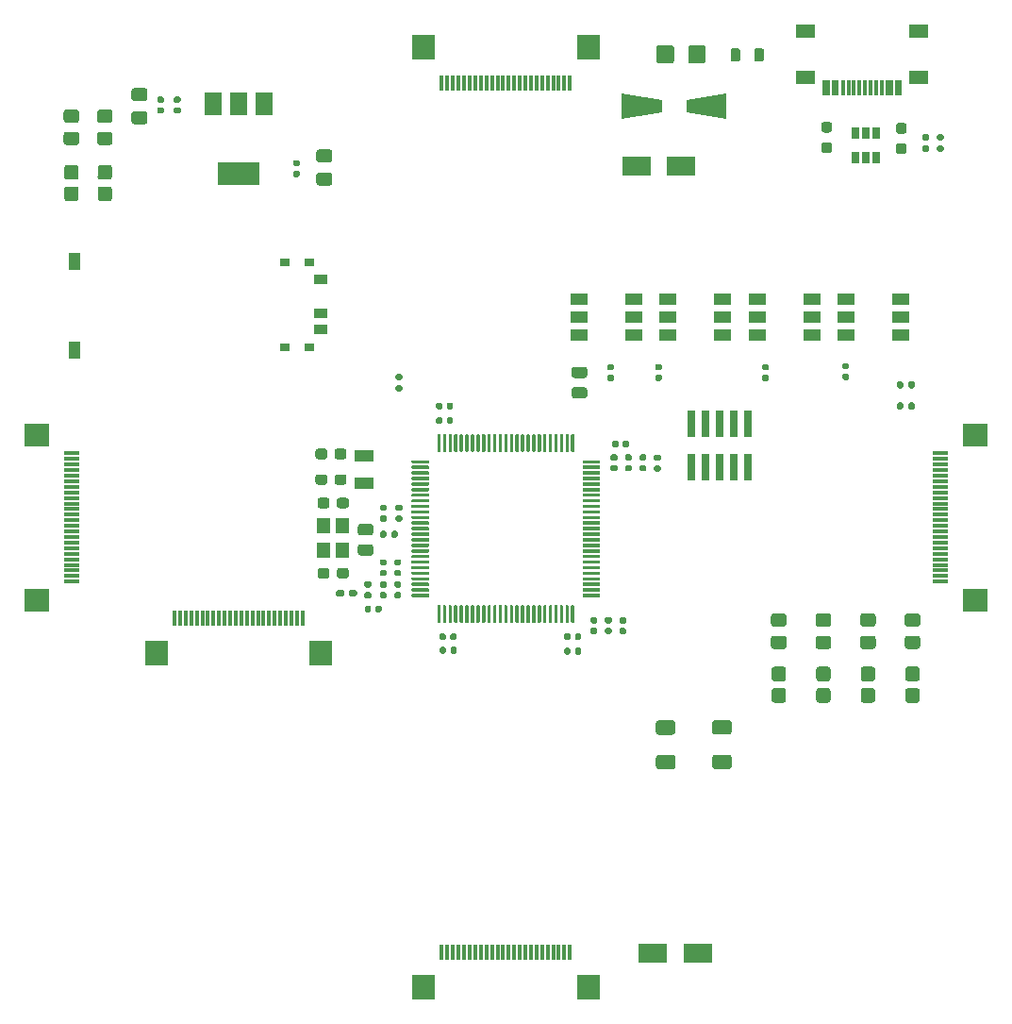
<source format=gbr>
%TF.GenerationSoftware,KiCad,Pcbnew,(5.1.9)-1*%
%TF.CreationDate,2021-03-02T10:58:18+01:00*%
%TF.ProjectId,Midular v2 Proto STM32F407VET6,4d696475-6c61-4722-9076-322050726f74,rev?*%
%TF.SameCoordinates,Original*%
%TF.FileFunction,Paste,Top*%
%TF.FilePolarity,Positive*%
%FSLAX46Y46*%
G04 Gerber Fmt 4.6, Leading zero omitted, Abs format (unit mm)*
G04 Created by KiCad (PCBNEW (5.1.9)-1) date 2021-03-02 10:58:18*
%MOMM*%
%LPD*%
G01*
G04 APERTURE LIST*
%ADD10R,1.800000X1.000000*%
%ADD11R,1.500000X1.000000*%
%ADD12R,0.650000X1.060000*%
%ADD13R,1.500000X2.000000*%
%ADD14R,3.800000X2.000000*%
%ADD15R,0.740000X2.400000*%
%ADD16R,1.400000X0.300000*%
%ADD17R,2.200000X2.000000*%
%ADD18R,0.300000X1.400000*%
%ADD19R,2.000000X2.200000*%
%ADD20R,1.800000X1.200000*%
%ADD21R,0.300000X1.450000*%
%ADD22R,2.500000X1.800000*%
%ADD23C,0.100000*%
%ADD24R,1.000000X1.500000*%
%ADD25R,0.900000X0.800000*%
%ADD26R,1.250000X0.900000*%
%ADD27R,1.200000X1.400000*%
G04 APERTURE END LIST*
%TO.C,R18*%
G36*
G01*
X10549999Y81600000D02*
X11450001Y81600000D01*
G75*
G02*
X11700000Y81350001I0J-249999D01*
G01*
X11700000Y80649999D01*
G75*
G02*
X11450001Y80400000I-249999J0D01*
G01*
X10549999Y80400000D01*
G75*
G02*
X10300000Y80649999I0J249999D01*
G01*
X10300000Y81350001D01*
G75*
G02*
X10549999Y81600000I249999J0D01*
G01*
G37*
G36*
G01*
X10549999Y83600000D02*
X11450001Y83600000D01*
G75*
G02*
X11700000Y83350001I0J-249999D01*
G01*
X11700000Y82649999D01*
G75*
G02*
X11450001Y82400000I-249999J0D01*
G01*
X10549999Y82400000D01*
G75*
G02*
X10300000Y82649999I0J249999D01*
G01*
X10300000Y83350001D01*
G75*
G02*
X10549999Y83600000I249999J0D01*
G01*
G37*
%TD*%
%TO.C,R17*%
G36*
G01*
X7549999Y83600000D02*
X8450001Y83600000D01*
G75*
G02*
X8700000Y83350001I0J-249999D01*
G01*
X8700000Y82649999D01*
G75*
G02*
X8450001Y82400000I-249999J0D01*
G01*
X7549999Y82400000D01*
G75*
G02*
X7300000Y82649999I0J249999D01*
G01*
X7300000Y83350001D01*
G75*
G02*
X7549999Y83600000I249999J0D01*
G01*
G37*
G36*
G01*
X7549999Y81600000D02*
X8450001Y81600000D01*
G75*
G02*
X8700000Y81350001I0J-249999D01*
G01*
X8700000Y80649999D01*
G75*
G02*
X8450001Y80400000I-249999J0D01*
G01*
X7549999Y80400000D01*
G75*
G02*
X7300000Y80649999I0J249999D01*
G01*
X7300000Y81350001D01*
G75*
G02*
X7549999Y81600000I249999J0D01*
G01*
G37*
%TD*%
%TO.C,D9*%
G36*
G01*
X11400000Y75375000D02*
X10600000Y75375000D01*
G75*
G02*
X10350000Y75625000I0J250000D01*
G01*
X10350000Y76450000D01*
G75*
G02*
X10600000Y76700000I250000J0D01*
G01*
X11400000Y76700000D01*
G75*
G02*
X11650000Y76450000I0J-250000D01*
G01*
X11650000Y75625000D01*
G75*
G02*
X11400000Y75375000I-250000J0D01*
G01*
G37*
G36*
G01*
X11400000Y77300000D02*
X10600000Y77300000D01*
G75*
G02*
X10350000Y77550000I0J250000D01*
G01*
X10350000Y78375000D01*
G75*
G02*
X10600000Y78625000I250000J0D01*
G01*
X11400000Y78625000D01*
G75*
G02*
X11650000Y78375000I0J-250000D01*
G01*
X11650000Y77550000D01*
G75*
G02*
X11400000Y77300000I-250000J0D01*
G01*
G37*
%TD*%
%TO.C,D8*%
G36*
G01*
X8400000Y75375000D02*
X7600000Y75375000D01*
G75*
G02*
X7350000Y75625000I0J250000D01*
G01*
X7350000Y76450000D01*
G75*
G02*
X7600000Y76700000I250000J0D01*
G01*
X8400000Y76700000D01*
G75*
G02*
X8650000Y76450000I0J-250000D01*
G01*
X8650000Y75625000D01*
G75*
G02*
X8400000Y75375000I-250000J0D01*
G01*
G37*
G36*
G01*
X8400000Y77300000D02*
X7600000Y77300000D01*
G75*
G02*
X7350000Y77550000I0J250000D01*
G01*
X7350000Y78375000D01*
G75*
G02*
X7600000Y78625000I250000J0D01*
G01*
X8400000Y78625000D01*
G75*
G02*
X8650000Y78375000I0J-250000D01*
G01*
X8650000Y77550000D01*
G75*
G02*
X8400000Y77300000I-250000J0D01*
G01*
G37*
%TD*%
%TO.C,R11*%
G36*
G01*
X75950001Y37200000D02*
X75049999Y37200000D01*
G75*
G02*
X74800000Y37449999I0J249999D01*
G01*
X74800000Y38150001D01*
G75*
G02*
X75049999Y38400000I249999J0D01*
G01*
X75950001Y38400000D01*
G75*
G02*
X76200000Y38150001I0J-249999D01*
G01*
X76200000Y37449999D01*
G75*
G02*
X75950001Y37200000I-249999J0D01*
G01*
G37*
G36*
G01*
X75950001Y35200000D02*
X75049999Y35200000D01*
G75*
G02*
X74800000Y35449999I0J249999D01*
G01*
X74800000Y36150001D01*
G75*
G02*
X75049999Y36400000I249999J0D01*
G01*
X75950001Y36400000D01*
G75*
G02*
X76200000Y36150001I0J-249999D01*
G01*
X76200000Y35449999D01*
G75*
G02*
X75950001Y35200000I-249999J0D01*
G01*
G37*
%TD*%
%TO.C,R10*%
G36*
G01*
X83950001Y37200000D02*
X83049999Y37200000D01*
G75*
G02*
X82800000Y37449999I0J249999D01*
G01*
X82800000Y38150001D01*
G75*
G02*
X83049999Y38400000I249999J0D01*
G01*
X83950001Y38400000D01*
G75*
G02*
X84200000Y38150001I0J-249999D01*
G01*
X84200000Y37449999D01*
G75*
G02*
X83950001Y37200000I-249999J0D01*
G01*
G37*
G36*
G01*
X83950001Y35200000D02*
X83049999Y35200000D01*
G75*
G02*
X82800000Y35449999I0J249999D01*
G01*
X82800000Y36150001D01*
G75*
G02*
X83049999Y36400000I249999J0D01*
G01*
X83950001Y36400000D01*
G75*
G02*
X84200000Y36150001I0J-249999D01*
G01*
X84200000Y35449999D01*
G75*
G02*
X83950001Y35200000I-249999J0D01*
G01*
G37*
%TD*%
%TO.C,R9*%
G36*
G01*
X79049999Y36400000D02*
X79950001Y36400000D01*
G75*
G02*
X80200000Y36150001I0J-249999D01*
G01*
X80200000Y35449999D01*
G75*
G02*
X79950001Y35200000I-249999J0D01*
G01*
X79049999Y35200000D01*
G75*
G02*
X78800000Y35449999I0J249999D01*
G01*
X78800000Y36150001D01*
G75*
G02*
X79049999Y36400000I249999J0D01*
G01*
G37*
G36*
G01*
X79049999Y38400000D02*
X79950001Y38400000D01*
G75*
G02*
X80200000Y38150001I0J-249999D01*
G01*
X80200000Y37449999D01*
G75*
G02*
X79950001Y37200000I-249999J0D01*
G01*
X79049999Y37200000D01*
G75*
G02*
X78800000Y37449999I0J249999D01*
G01*
X78800000Y38150001D01*
G75*
G02*
X79049999Y38400000I249999J0D01*
G01*
G37*
%TD*%
%TO.C,R8*%
G36*
G01*
X71049999Y36400000D02*
X71950001Y36400000D01*
G75*
G02*
X72200000Y36150001I0J-249999D01*
G01*
X72200000Y35449999D01*
G75*
G02*
X71950001Y35200000I-249999J0D01*
G01*
X71049999Y35200000D01*
G75*
G02*
X70800000Y35449999I0J249999D01*
G01*
X70800000Y36150001D01*
G75*
G02*
X71049999Y36400000I249999J0D01*
G01*
G37*
G36*
G01*
X71049999Y38400000D02*
X71950001Y38400000D01*
G75*
G02*
X72200000Y38150001I0J-249999D01*
G01*
X72200000Y37449999D01*
G75*
G02*
X71950001Y37200000I-249999J0D01*
G01*
X71049999Y37200000D01*
G75*
G02*
X70800000Y37449999I0J249999D01*
G01*
X70800000Y38150001D01*
G75*
G02*
X71049999Y38400000I249999J0D01*
G01*
G37*
%TD*%
%TO.C,R16*%
G36*
G01*
X75562500Y80675000D02*
X76037500Y80675000D01*
G75*
G02*
X76275000Y80437500I0J-237500D01*
G01*
X76275000Y79937500D01*
G75*
G02*
X76037500Y79700000I-237500J0D01*
G01*
X75562500Y79700000D01*
G75*
G02*
X75325000Y79937500I0J237500D01*
G01*
X75325000Y80437500D01*
G75*
G02*
X75562500Y80675000I237500J0D01*
G01*
G37*
G36*
G01*
X75562500Y82500000D02*
X76037500Y82500000D01*
G75*
G02*
X76275000Y82262500I0J-237500D01*
G01*
X76275000Y81762500D01*
G75*
G02*
X76037500Y81525000I-237500J0D01*
G01*
X75562500Y81525000D01*
G75*
G02*
X75325000Y81762500I0J237500D01*
G01*
X75325000Y82262500D01*
G75*
G02*
X75562500Y82500000I237500J0D01*
G01*
G37*
%TD*%
%TO.C,R15*%
G36*
G01*
X82262500Y80575000D02*
X82737500Y80575000D01*
G75*
G02*
X82975000Y80337500I0J-237500D01*
G01*
X82975000Y79837500D01*
G75*
G02*
X82737500Y79600000I-237500J0D01*
G01*
X82262500Y79600000D01*
G75*
G02*
X82025000Y79837500I0J237500D01*
G01*
X82025000Y80337500D01*
G75*
G02*
X82262500Y80575000I237500J0D01*
G01*
G37*
G36*
G01*
X82262500Y82400000D02*
X82737500Y82400000D01*
G75*
G02*
X82975000Y82162500I0J-237500D01*
G01*
X82975000Y81662500D01*
G75*
G02*
X82737500Y81425000I-237500J0D01*
G01*
X82262500Y81425000D01*
G75*
G02*
X82025000Y81662500I0J237500D01*
G01*
X82025000Y82162500D01*
G75*
G02*
X82262500Y82400000I237500J0D01*
G01*
G37*
%TD*%
%TO.C,C14*%
G36*
G01*
X13625000Y85525000D02*
X14575000Y85525000D01*
G75*
G02*
X14825000Y85275000I0J-250000D01*
G01*
X14825000Y84600000D01*
G75*
G02*
X14575000Y84350000I-250000J0D01*
G01*
X13625000Y84350000D01*
G75*
G02*
X13375000Y84600000I0J250000D01*
G01*
X13375000Y85275000D01*
G75*
G02*
X13625000Y85525000I250000J0D01*
G01*
G37*
G36*
G01*
X13625000Y83450000D02*
X14575000Y83450000D01*
G75*
G02*
X14825000Y83200000I0J-250000D01*
G01*
X14825000Y82525000D01*
G75*
G02*
X14575000Y82275000I-250000J0D01*
G01*
X13625000Y82275000D01*
G75*
G02*
X13375000Y82525000I0J250000D01*
G01*
X13375000Y83200000D01*
G75*
G02*
X13625000Y83450000I250000J0D01*
G01*
G37*
%TD*%
%TO.C,R14*%
G36*
G01*
X86185000Y80840000D02*
X85815000Y80840000D01*
G75*
G02*
X85680000Y80975000I0J135000D01*
G01*
X85680000Y81245000D01*
G75*
G02*
X85815000Y81380000I135000J0D01*
G01*
X86185000Y81380000D01*
G75*
G02*
X86320000Y81245000I0J-135000D01*
G01*
X86320000Y80975000D01*
G75*
G02*
X86185000Y80840000I-135000J0D01*
G01*
G37*
G36*
G01*
X86185000Y79820000D02*
X85815000Y79820000D01*
G75*
G02*
X85680000Y79955000I0J135000D01*
G01*
X85680000Y80225000D01*
G75*
G02*
X85815000Y80360000I135000J0D01*
G01*
X86185000Y80360000D01*
G75*
G02*
X86320000Y80225000I0J-135000D01*
G01*
X86320000Y79955000D01*
G75*
G02*
X86185000Y79820000I-135000J0D01*
G01*
G37*
%TD*%
%TO.C,R13*%
G36*
G01*
X84515000Y80360000D02*
X84885000Y80360000D01*
G75*
G02*
X85020000Y80225000I0J-135000D01*
G01*
X85020000Y79955000D01*
G75*
G02*
X84885000Y79820000I-135000J0D01*
G01*
X84515000Y79820000D01*
G75*
G02*
X84380000Y79955000I0J135000D01*
G01*
X84380000Y80225000D01*
G75*
G02*
X84515000Y80360000I135000J0D01*
G01*
G37*
G36*
G01*
X84515000Y81380000D02*
X84885000Y81380000D01*
G75*
G02*
X85020000Y81245000I0J-135000D01*
G01*
X85020000Y80975000D01*
G75*
G02*
X84885000Y80840000I-135000J0D01*
G01*
X84515000Y80840000D01*
G75*
G02*
X84380000Y80975000I0J135000D01*
G01*
X84380000Y81245000D01*
G75*
G02*
X84515000Y81380000I135000J0D01*
G01*
G37*
%TD*%
%TO.C,R4*%
G36*
G01*
X82660000Y59085000D02*
X82660000Y58715000D01*
G75*
G02*
X82525000Y58580000I-135000J0D01*
G01*
X82255000Y58580000D01*
G75*
G02*
X82120000Y58715000I0J135000D01*
G01*
X82120000Y59085000D01*
G75*
G02*
X82255000Y59220000I135000J0D01*
G01*
X82525000Y59220000D01*
G75*
G02*
X82660000Y59085000I0J-135000D01*
G01*
G37*
G36*
G01*
X83680000Y59085000D02*
X83680000Y58715000D01*
G75*
G02*
X83545000Y58580000I-135000J0D01*
G01*
X83275000Y58580000D01*
G75*
G02*
X83140000Y58715000I0J135000D01*
G01*
X83140000Y59085000D01*
G75*
G02*
X83275000Y59220000I135000J0D01*
G01*
X83545000Y59220000D01*
G75*
G02*
X83680000Y59085000I0J-135000D01*
G01*
G37*
%TD*%
%TO.C,R3*%
G36*
G01*
X83140000Y56815000D02*
X83140000Y57185000D01*
G75*
G02*
X83275000Y57320000I135000J0D01*
G01*
X83545000Y57320000D01*
G75*
G02*
X83680000Y57185000I0J-135000D01*
G01*
X83680000Y56815000D01*
G75*
G02*
X83545000Y56680000I-135000J0D01*
G01*
X83275000Y56680000D01*
G75*
G02*
X83140000Y56815000I0J135000D01*
G01*
G37*
G36*
G01*
X82120000Y56815000D02*
X82120000Y57185000D01*
G75*
G02*
X82255000Y57320000I135000J0D01*
G01*
X82525000Y57320000D01*
G75*
G02*
X82660000Y57185000I0J-135000D01*
G01*
X82660000Y56815000D01*
G75*
G02*
X82525000Y56680000I-135000J0D01*
G01*
X82255000Y56680000D01*
G75*
G02*
X82120000Y56815000I0J135000D01*
G01*
G37*
%TD*%
%TO.C,D4*%
G36*
G01*
X75900000Y32300000D02*
X75100000Y32300000D01*
G75*
G02*
X74850000Y32550000I0J250000D01*
G01*
X74850000Y33375000D01*
G75*
G02*
X75100000Y33625000I250000J0D01*
G01*
X75900000Y33625000D01*
G75*
G02*
X76150000Y33375000I0J-250000D01*
G01*
X76150000Y32550000D01*
G75*
G02*
X75900000Y32300000I-250000J0D01*
G01*
G37*
G36*
G01*
X75900000Y30375000D02*
X75100000Y30375000D01*
G75*
G02*
X74850000Y30625000I0J250000D01*
G01*
X74850000Y31450000D01*
G75*
G02*
X75100000Y31700000I250000J0D01*
G01*
X75900000Y31700000D01*
G75*
G02*
X76150000Y31450000I0J-250000D01*
G01*
X76150000Y30625000D01*
G75*
G02*
X75900000Y30375000I-250000J0D01*
G01*
G37*
%TD*%
%TO.C,D3*%
G36*
G01*
X83900000Y32300000D02*
X83100000Y32300000D01*
G75*
G02*
X82850000Y32550000I0J250000D01*
G01*
X82850000Y33375000D01*
G75*
G02*
X83100000Y33625000I250000J0D01*
G01*
X83900000Y33625000D01*
G75*
G02*
X84150000Y33375000I0J-250000D01*
G01*
X84150000Y32550000D01*
G75*
G02*
X83900000Y32300000I-250000J0D01*
G01*
G37*
G36*
G01*
X83900000Y30375000D02*
X83100000Y30375000D01*
G75*
G02*
X82850000Y30625000I0J250000D01*
G01*
X82850000Y31450000D01*
G75*
G02*
X83100000Y31700000I250000J0D01*
G01*
X83900000Y31700000D01*
G75*
G02*
X84150000Y31450000I0J-250000D01*
G01*
X84150000Y30625000D01*
G75*
G02*
X83900000Y30375000I-250000J0D01*
G01*
G37*
%TD*%
%TO.C,D2*%
G36*
G01*
X79900000Y30375000D02*
X79100000Y30375000D01*
G75*
G02*
X78850000Y30625000I0J250000D01*
G01*
X78850000Y31450000D01*
G75*
G02*
X79100000Y31700000I250000J0D01*
G01*
X79900000Y31700000D01*
G75*
G02*
X80150000Y31450000I0J-250000D01*
G01*
X80150000Y30625000D01*
G75*
G02*
X79900000Y30375000I-250000J0D01*
G01*
G37*
G36*
G01*
X79900000Y32300000D02*
X79100000Y32300000D01*
G75*
G02*
X78850000Y32550000I0J250000D01*
G01*
X78850000Y33375000D01*
G75*
G02*
X79100000Y33625000I250000J0D01*
G01*
X79900000Y33625000D01*
G75*
G02*
X80150000Y33375000I0J-250000D01*
G01*
X80150000Y32550000D01*
G75*
G02*
X79900000Y32300000I-250000J0D01*
G01*
G37*
%TD*%
%TO.C,D1*%
G36*
G01*
X71900000Y32300000D02*
X71100000Y32300000D01*
G75*
G02*
X70850000Y32550000I0J250000D01*
G01*
X70850000Y33375000D01*
G75*
G02*
X71100000Y33625000I250000J0D01*
G01*
X71900000Y33625000D01*
G75*
G02*
X72150000Y33375000I0J-250000D01*
G01*
X72150000Y32550000D01*
G75*
G02*
X71900000Y32300000I-250000J0D01*
G01*
G37*
G36*
G01*
X71900000Y30375000D02*
X71100000Y30375000D01*
G75*
G02*
X70850000Y30625000I0J250000D01*
G01*
X70850000Y31450000D01*
G75*
G02*
X71100000Y31700000I250000J0D01*
G01*
X71900000Y31700000D01*
G75*
G02*
X72150000Y31450000I0J-250000D01*
G01*
X72150000Y30625000D01*
G75*
G02*
X71900000Y30375000I-250000J0D01*
G01*
G37*
%TD*%
%TO.C,C3*%
G36*
G01*
X30975000Y52937500D02*
X30975000Y52462500D01*
G75*
G02*
X30737500Y52225000I-237500J0D01*
G01*
X30137500Y52225000D01*
G75*
G02*
X29900000Y52462500I0J237500D01*
G01*
X29900000Y52937500D01*
G75*
G02*
X30137500Y53175000I237500J0D01*
G01*
X30737500Y53175000D01*
G75*
G02*
X30975000Y52937500I0J-237500D01*
G01*
G37*
G36*
G01*
X32700000Y52937500D02*
X32700000Y52462500D01*
G75*
G02*
X32462500Y52225000I-237500J0D01*
G01*
X31862500Y52225000D01*
G75*
G02*
X31625000Y52462500I0J237500D01*
G01*
X31625000Y52937500D01*
G75*
G02*
X31862500Y53175000I237500J0D01*
G01*
X32462500Y53175000D01*
G75*
G02*
X32700000Y52937500I0J-237500D01*
G01*
G37*
%TD*%
D10*
%TO.C,Y2*%
X34300000Y52550000D03*
X34300000Y50050000D03*
%TD*%
%TO.C,C21*%
G36*
G01*
X37230000Y47180000D02*
X37570000Y47180000D01*
G75*
G02*
X37710000Y47040000I0J-140000D01*
G01*
X37710000Y46760000D01*
G75*
G02*
X37570000Y46620000I-140000J0D01*
G01*
X37230000Y46620000D01*
G75*
G02*
X37090000Y46760000I0J140000D01*
G01*
X37090000Y47040000D01*
G75*
G02*
X37230000Y47180000I140000J0D01*
G01*
G37*
G36*
G01*
X37230000Y48140000D02*
X37570000Y48140000D01*
G75*
G02*
X37710000Y48000000I0J-140000D01*
G01*
X37710000Y47720000D01*
G75*
G02*
X37570000Y47580000I-140000J0D01*
G01*
X37230000Y47580000D01*
G75*
G02*
X37090000Y47720000I0J140000D01*
G01*
X37090000Y48000000D01*
G75*
G02*
X37230000Y48140000I140000J0D01*
G01*
G37*
%TD*%
%TO.C,R12*%
G36*
G01*
X53149998Y58700000D02*
X54050002Y58700000D01*
G75*
G02*
X54300000Y58450002I0J-249998D01*
G01*
X54300000Y57924998D01*
G75*
G02*
X54050002Y57675000I-249998J0D01*
G01*
X53149998Y57675000D01*
G75*
G02*
X52900000Y57924998I0J249998D01*
G01*
X52900000Y58450002D01*
G75*
G02*
X53149998Y58700000I249998J0D01*
G01*
G37*
G36*
G01*
X53149998Y60525000D02*
X54050002Y60525000D01*
G75*
G02*
X54300000Y60275002I0J-249998D01*
G01*
X54300000Y59749998D01*
G75*
G02*
X54050002Y59500000I-249998J0D01*
G01*
X53149998Y59500000D01*
G75*
G02*
X52900000Y59749998I0J249998D01*
G01*
X52900000Y60275002D01*
G75*
G02*
X53149998Y60525000I249998J0D01*
G01*
G37*
%TD*%
D11*
%TO.C,WS4*%
X77550000Y66600000D03*
X77550000Y65000000D03*
X77550000Y63400000D03*
X82450000Y66600000D03*
X82450000Y65000000D03*
X82450000Y63400000D03*
%TD*%
%TO.C,WS3*%
X69550000Y66600000D03*
X69550000Y65000000D03*
X69550000Y63400000D03*
X74450000Y66600000D03*
X74450000Y65000000D03*
X74450000Y63400000D03*
%TD*%
%TO.C,WS2*%
X61550000Y66600000D03*
X61550000Y65000000D03*
X61550000Y63400000D03*
X66450000Y66600000D03*
X66450000Y65000000D03*
X66450000Y63400000D03*
%TD*%
%TO.C,WS1*%
X53550000Y66600000D03*
X53550000Y65000000D03*
X53550000Y63400000D03*
X58450000Y66600000D03*
X58450000Y65000000D03*
X58450000Y63400000D03*
%TD*%
D12*
%TO.C,U3*%
X79300000Y79300000D03*
X80250000Y79300000D03*
X78350000Y79300000D03*
X78350000Y81500000D03*
X79300000Y81500000D03*
X80250000Y81500000D03*
%TD*%
D13*
%TO.C,U2*%
X25300000Y84150000D03*
X20700000Y84150000D03*
X23000000Y84150000D03*
D14*
X23000000Y77850000D03*
%TD*%
%TO.C,R7*%
G36*
G01*
X65764999Y25720000D02*
X67015001Y25720000D01*
G75*
G02*
X67265000Y25470001I0J-249999D01*
G01*
X67265000Y24669999D01*
G75*
G02*
X67015001Y24420000I-249999J0D01*
G01*
X65764999Y24420000D01*
G75*
G02*
X65515000Y24669999I0J249999D01*
G01*
X65515000Y25470001D01*
G75*
G02*
X65764999Y25720000I249999J0D01*
G01*
G37*
G36*
G01*
X65764999Y28820000D02*
X67015001Y28820000D01*
G75*
G02*
X67265000Y28570001I0J-249999D01*
G01*
X67265000Y27769999D01*
G75*
G02*
X67015001Y27520000I-249999J0D01*
G01*
X65764999Y27520000D01*
G75*
G02*
X65515000Y27769999I0J249999D01*
G01*
X65515000Y28570001D01*
G75*
G02*
X65764999Y28820000I249999J0D01*
G01*
G37*
%TD*%
%TO.C,R5*%
G36*
G01*
X61965001Y27510000D02*
X60714999Y27510000D01*
G75*
G02*
X60465000Y27759999I0J249999D01*
G01*
X60465000Y28560001D01*
G75*
G02*
X60714999Y28810000I249999J0D01*
G01*
X61965001Y28810000D01*
G75*
G02*
X62215000Y28560001I0J-249999D01*
G01*
X62215000Y27759999D01*
G75*
G02*
X61965001Y27510000I-249999J0D01*
G01*
G37*
G36*
G01*
X61965001Y24410000D02*
X60714999Y24410000D01*
G75*
G02*
X60465000Y24659999I0J249999D01*
G01*
X60465000Y25460001D01*
G75*
G02*
X60714999Y25710000I249999J0D01*
G01*
X61965001Y25710000D01*
G75*
G02*
X62215000Y25460001I0J-249999D01*
G01*
X62215000Y24659999D01*
G75*
G02*
X61965001Y24410000I-249999J0D01*
G01*
G37*
%TD*%
%TO.C,L1*%
G36*
G01*
X34427500Y40310000D02*
X34772500Y40310000D01*
G75*
G02*
X34920000Y40162500I0J-147500D01*
G01*
X34920000Y39867500D01*
G75*
G02*
X34772500Y39720000I-147500J0D01*
G01*
X34427500Y39720000D01*
G75*
G02*
X34280000Y39867500I0J147500D01*
G01*
X34280000Y40162500D01*
G75*
G02*
X34427500Y40310000I147500J0D01*
G01*
G37*
G36*
G01*
X34427500Y41280000D02*
X34772500Y41280000D01*
G75*
G02*
X34920000Y41132500I0J-147500D01*
G01*
X34920000Y40837500D01*
G75*
G02*
X34772500Y40690000I-147500J0D01*
G01*
X34427500Y40690000D01*
G75*
G02*
X34280000Y40837500I0J147500D01*
G01*
X34280000Y41132500D01*
G75*
G02*
X34427500Y41280000I147500J0D01*
G01*
G37*
%TD*%
D15*
%TO.C,J19*%
X68740000Y55450000D03*
X68740000Y51550000D03*
X67470000Y55450000D03*
X67470000Y51550000D03*
X66200000Y55450000D03*
X66200000Y51550000D03*
X64930000Y55450000D03*
X64930000Y51550000D03*
X63660000Y55450000D03*
X63660000Y51550000D03*
%TD*%
D16*
%TO.C,J7*%
X86000000Y41250000D03*
X86000000Y41750000D03*
X86000000Y42250000D03*
X86000000Y42750000D03*
X86000000Y43250000D03*
X86000000Y43750000D03*
X86000000Y44250000D03*
X86000000Y44750000D03*
X86000000Y45250000D03*
X86000000Y45750000D03*
X86000000Y46250000D03*
X86000000Y46750000D03*
X86000000Y47250000D03*
X86000000Y47750000D03*
X86000000Y48250000D03*
X86000000Y48750000D03*
X86000000Y49250000D03*
X86000000Y49750000D03*
X86000000Y50250000D03*
X86000000Y50750000D03*
X86000000Y51250000D03*
X86000000Y51750000D03*
X86000000Y52250000D03*
X86000000Y52750000D03*
D17*
X89150000Y39600000D03*
X89150000Y54400000D03*
%TD*%
D18*
%TO.C,J6*%
X41250000Y8000000D03*
X41750000Y8000000D03*
X42250000Y8000000D03*
X42750000Y8000000D03*
X43250000Y8000000D03*
X43750000Y8000000D03*
X44250000Y8000000D03*
X44750000Y8000000D03*
X45250000Y8000000D03*
X45750000Y8000000D03*
X46250000Y8000000D03*
X46750000Y8000000D03*
X47250000Y8000000D03*
X47750000Y8000000D03*
X48250000Y8000000D03*
X48750000Y8000000D03*
X49250000Y8000000D03*
X49750000Y8000000D03*
X50250000Y8000000D03*
X50750000Y8000000D03*
X51250000Y8000000D03*
X51750000Y8000000D03*
X52250000Y8000000D03*
X52750000Y8000000D03*
D19*
X39600000Y4850000D03*
X54400000Y4850000D03*
%TD*%
D16*
%TO.C,J5*%
X8000000Y52750000D03*
X8000000Y52250000D03*
X8000000Y51750000D03*
X8000000Y51250000D03*
X8000000Y50750000D03*
X8000000Y50250000D03*
X8000000Y49750000D03*
X8000000Y49250000D03*
X8000000Y48750000D03*
X8000000Y48250000D03*
X8000000Y47750000D03*
X8000000Y47250000D03*
X8000000Y46750000D03*
X8000000Y46250000D03*
X8000000Y45750000D03*
X8000000Y45250000D03*
X8000000Y44750000D03*
X8000000Y44250000D03*
X8000000Y43750000D03*
X8000000Y43250000D03*
X8000000Y42750000D03*
X8000000Y42250000D03*
X8000000Y41750000D03*
X8000000Y41250000D03*
D17*
X4850000Y54400000D03*
X4850000Y39600000D03*
%TD*%
D18*
%TO.C,J4*%
X52750000Y86000000D03*
X52250000Y86000000D03*
X51750000Y86000000D03*
X51250000Y86000000D03*
X50750000Y86000000D03*
X50250000Y86000000D03*
X49750000Y86000000D03*
X49250000Y86000000D03*
X48750000Y86000000D03*
X48250000Y86000000D03*
X47750000Y86000000D03*
X47250000Y86000000D03*
X46750000Y86000000D03*
X46250000Y86000000D03*
X45750000Y86000000D03*
X45250000Y86000000D03*
X44750000Y86000000D03*
X44250000Y86000000D03*
X43750000Y86000000D03*
X43250000Y86000000D03*
X42750000Y86000000D03*
X42250000Y86000000D03*
X41750000Y86000000D03*
X41250000Y86000000D03*
D19*
X54400000Y89150000D03*
X39600000Y89150000D03*
%TD*%
D18*
%TO.C,J3*%
X17250000Y38000000D03*
X17750000Y38000000D03*
X18250000Y38000000D03*
X18750000Y38000000D03*
X19250000Y38000000D03*
X19750000Y38000000D03*
X20250000Y38000000D03*
X20750000Y38000000D03*
X21250000Y38000000D03*
X21750000Y38000000D03*
X22250000Y38000000D03*
X22750000Y38000000D03*
X23250000Y38000000D03*
X23750000Y38000000D03*
X24250000Y38000000D03*
X24750000Y38000000D03*
X25250000Y38000000D03*
X25750000Y38000000D03*
X26250000Y38000000D03*
X26750000Y38000000D03*
X27250000Y38000000D03*
X27750000Y38000000D03*
X28250000Y38000000D03*
X28750000Y38000000D03*
D19*
X15600000Y34850000D03*
X30400000Y34850000D03*
%TD*%
D20*
%TO.C,J2*%
X73930000Y90650000D03*
X84070000Y90650000D03*
X73930000Y86470000D03*
X84070000Y86470000D03*
D21*
X82100000Y85555000D03*
X81300000Y85554000D03*
X80750000Y85554000D03*
X79750000Y85554000D03*
X78250000Y85554000D03*
X77250000Y85554000D03*
X76700000Y85554000D03*
X75925000Y85554000D03*
X75625000Y85554000D03*
X76400000Y85555000D03*
X77750000Y85554000D03*
X78750000Y85554000D03*
X79250000Y85554000D03*
X80250000Y85554000D03*
X81600000Y85554000D03*
X82400000Y85554000D03*
%TD*%
%TO.C,FB1*%
G36*
G01*
X69295000Y88118750D02*
X69295000Y88881250D01*
G75*
G02*
X69513750Y89100000I218750J0D01*
G01*
X69951250Y89100000D01*
G75*
G02*
X70170000Y88881250I0J-218750D01*
G01*
X70170000Y88118750D01*
G75*
G02*
X69951250Y87900000I-218750J0D01*
G01*
X69513750Y87900000D01*
G75*
G02*
X69295000Y88118750I0J218750D01*
G01*
G37*
G36*
G01*
X67170000Y88118750D02*
X67170000Y88881250D01*
G75*
G02*
X67388750Y89100000I218750J0D01*
G01*
X67826250Y89100000D01*
G75*
G02*
X68045000Y88881250I0J-218750D01*
G01*
X68045000Y88118750D01*
G75*
G02*
X67826250Y87900000I-218750J0D01*
G01*
X67388750Y87900000D01*
G75*
G02*
X67170000Y88118750I0J218750D01*
G01*
G37*
%TD*%
%TO.C,F1*%
G36*
G01*
X63355000Y87975000D02*
X63355000Y89125000D01*
G75*
G02*
X63605000Y89375000I250000J0D01*
G01*
X64705000Y89375000D01*
G75*
G02*
X64955000Y89125000I0J-250000D01*
G01*
X64955000Y87975000D01*
G75*
G02*
X64705000Y87725000I-250000J0D01*
G01*
X63605000Y87725000D01*
G75*
G02*
X63355000Y87975000I0J250000D01*
G01*
G37*
G36*
G01*
X60505000Y87975000D02*
X60505000Y89125000D01*
G75*
G02*
X60755000Y89375000I250000J0D01*
G01*
X61855000Y89375000D01*
G75*
G02*
X62105000Y89125000I0J-250000D01*
G01*
X62105000Y87975000D01*
G75*
G02*
X61855000Y87725000I-250000J0D01*
G01*
X60755000Y87725000D01*
G75*
G02*
X60505000Y87975000I0J250000D01*
G01*
G37*
%TD*%
D22*
%TO.C,D7*%
X64200000Y7900000D03*
X60200000Y7900000D03*
%TD*%
D23*
%TO.C,D6*%
G36*
X66800000Y85070000D02*
G01*
X66800000Y82770000D01*
X63200000Y83370000D01*
X63200000Y84470000D01*
X66800000Y85070000D01*
G37*
G36*
X57400000Y82770000D02*
G01*
X57400000Y85070000D01*
X61000000Y84470000D01*
X61000000Y83370000D01*
X57400000Y82770000D01*
G37*
%TD*%
D22*
%TO.C,D5*%
X62700000Y78500000D03*
X58700000Y78500000D03*
%TD*%
%TO.C,C35*%
G36*
G01*
X57330000Y37080000D02*
X57670000Y37080000D01*
G75*
G02*
X57810000Y36940000I0J-140000D01*
G01*
X57810000Y36660000D01*
G75*
G02*
X57670000Y36520000I-140000J0D01*
G01*
X57330000Y36520000D01*
G75*
G02*
X57190000Y36660000I0J140000D01*
G01*
X57190000Y36940000D01*
G75*
G02*
X57330000Y37080000I140000J0D01*
G01*
G37*
G36*
G01*
X57330000Y38040000D02*
X57670000Y38040000D01*
G75*
G02*
X57810000Y37900000I0J-140000D01*
G01*
X57810000Y37620000D01*
G75*
G02*
X57670000Y37480000I-140000J0D01*
G01*
X57330000Y37480000D01*
G75*
G02*
X57190000Y37620000I0J140000D01*
G01*
X57190000Y37900000D01*
G75*
G02*
X57330000Y38040000I140000J0D01*
G01*
G37*
%TD*%
%TO.C,C34*%
G36*
G01*
X57500000Y53430000D02*
X57500000Y53770000D01*
G75*
G02*
X57640000Y53910000I140000J0D01*
G01*
X57920000Y53910000D01*
G75*
G02*
X58060000Y53770000I0J-140000D01*
G01*
X58060000Y53430000D01*
G75*
G02*
X57920000Y53290000I-140000J0D01*
G01*
X57640000Y53290000D01*
G75*
G02*
X57500000Y53430000I0J140000D01*
G01*
G37*
G36*
G01*
X56540000Y53430000D02*
X56540000Y53770000D01*
G75*
G02*
X56680000Y53910000I140000J0D01*
G01*
X56960000Y53910000D01*
G75*
G02*
X57100000Y53770000I0J-140000D01*
G01*
X57100000Y53430000D01*
G75*
G02*
X56960000Y53290000I-140000J0D01*
G01*
X56680000Y53290000D01*
G75*
G02*
X56540000Y53430000I0J140000D01*
G01*
G37*
%TD*%
%TO.C,C33*%
G36*
G01*
X34900000Y38970000D02*
X34900000Y38630000D01*
G75*
G02*
X34760000Y38490000I-140000J0D01*
G01*
X34480000Y38490000D01*
G75*
G02*
X34340000Y38630000I0J140000D01*
G01*
X34340000Y38970000D01*
G75*
G02*
X34480000Y39110000I140000J0D01*
G01*
X34760000Y39110000D01*
G75*
G02*
X34900000Y38970000I0J-140000D01*
G01*
G37*
G36*
G01*
X35860000Y38970000D02*
X35860000Y38630000D01*
G75*
G02*
X35720000Y38490000I-140000J0D01*
G01*
X35440000Y38490000D01*
G75*
G02*
X35300000Y38630000I0J140000D01*
G01*
X35300000Y38970000D01*
G75*
G02*
X35440000Y39110000I140000J0D01*
G01*
X35720000Y39110000D01*
G75*
G02*
X35860000Y38970000I0J-140000D01*
G01*
G37*
%TD*%
%TO.C,C32*%
G36*
G01*
X41300000Y57170000D02*
X41300000Y56830000D01*
G75*
G02*
X41160000Y56690000I-140000J0D01*
G01*
X40880000Y56690000D01*
G75*
G02*
X40740000Y56830000I0J140000D01*
G01*
X40740000Y57170000D01*
G75*
G02*
X40880000Y57310000I140000J0D01*
G01*
X41160000Y57310000D01*
G75*
G02*
X41300000Y57170000I0J-140000D01*
G01*
G37*
G36*
G01*
X42260000Y57170000D02*
X42260000Y56830000D01*
G75*
G02*
X42120000Y56690000I-140000J0D01*
G01*
X41840000Y56690000D01*
G75*
G02*
X41700000Y56830000I0J140000D01*
G01*
X41700000Y57170000D01*
G75*
G02*
X41840000Y57310000I140000J0D01*
G01*
X42120000Y57310000D01*
G75*
G02*
X42260000Y57170000I0J-140000D01*
G01*
G37*
%TD*%
%TO.C,C31*%
G36*
G01*
X41300000Y55870000D02*
X41300000Y55530000D01*
G75*
G02*
X41160000Y55390000I-140000J0D01*
G01*
X40880000Y55390000D01*
G75*
G02*
X40740000Y55530000I0J140000D01*
G01*
X40740000Y55870000D01*
G75*
G02*
X40880000Y56010000I140000J0D01*
G01*
X41160000Y56010000D01*
G75*
G02*
X41300000Y55870000I0J-140000D01*
G01*
G37*
G36*
G01*
X42260000Y55870000D02*
X42260000Y55530000D01*
G75*
G02*
X42120000Y55390000I-140000J0D01*
G01*
X41840000Y55390000D01*
G75*
G02*
X41700000Y55530000I0J140000D01*
G01*
X41700000Y55870000D01*
G75*
G02*
X41840000Y56010000I140000J0D01*
G01*
X42120000Y56010000D01*
G75*
G02*
X42260000Y55870000I0J-140000D01*
G01*
G37*
%TD*%
%TO.C,C30*%
G36*
G01*
X58170000Y52100000D02*
X57830000Y52100000D01*
G75*
G02*
X57690000Y52240000I0J140000D01*
G01*
X57690000Y52520000D01*
G75*
G02*
X57830000Y52660000I140000J0D01*
G01*
X58170000Y52660000D01*
G75*
G02*
X58310000Y52520000I0J-140000D01*
G01*
X58310000Y52240000D01*
G75*
G02*
X58170000Y52100000I-140000J0D01*
G01*
G37*
G36*
G01*
X58170000Y51140000D02*
X57830000Y51140000D01*
G75*
G02*
X57690000Y51280000I0J140000D01*
G01*
X57690000Y51560000D01*
G75*
G02*
X57830000Y51700000I140000J0D01*
G01*
X58170000Y51700000D01*
G75*
G02*
X58310000Y51560000I0J-140000D01*
G01*
X58310000Y51280000D01*
G75*
G02*
X58170000Y51140000I-140000J0D01*
G01*
G37*
%TD*%
%TO.C,C29*%
G36*
G01*
X56870000Y52100000D02*
X56530000Y52100000D01*
G75*
G02*
X56390000Y52240000I0J140000D01*
G01*
X56390000Y52520000D01*
G75*
G02*
X56530000Y52660000I140000J0D01*
G01*
X56870000Y52660000D01*
G75*
G02*
X57010000Y52520000I0J-140000D01*
G01*
X57010000Y52240000D01*
G75*
G02*
X56870000Y52100000I-140000J0D01*
G01*
G37*
G36*
G01*
X56870000Y51140000D02*
X56530000Y51140000D01*
G75*
G02*
X56390000Y51280000I0J140000D01*
G01*
X56390000Y51560000D01*
G75*
G02*
X56530000Y51700000I140000J0D01*
G01*
X56870000Y51700000D01*
G75*
G02*
X57010000Y51560000I0J-140000D01*
G01*
X57010000Y51280000D01*
G75*
G02*
X56870000Y51140000I-140000J0D01*
G01*
G37*
%TD*%
%TO.C,C28*%
G36*
G01*
X56370000Y37500000D02*
X56030000Y37500000D01*
G75*
G02*
X55890000Y37640000I0J140000D01*
G01*
X55890000Y37920000D01*
G75*
G02*
X56030000Y38060000I140000J0D01*
G01*
X56370000Y38060000D01*
G75*
G02*
X56510000Y37920000I0J-140000D01*
G01*
X56510000Y37640000D01*
G75*
G02*
X56370000Y37500000I-140000J0D01*
G01*
G37*
G36*
G01*
X56370000Y36540000D02*
X56030000Y36540000D01*
G75*
G02*
X55890000Y36680000I0J140000D01*
G01*
X55890000Y36960000D01*
G75*
G02*
X56030000Y37100000I140000J0D01*
G01*
X56370000Y37100000D01*
G75*
G02*
X56510000Y36960000I0J-140000D01*
G01*
X56510000Y36680000D01*
G75*
G02*
X56370000Y36540000I-140000J0D01*
G01*
G37*
%TD*%
%TO.C,C27*%
G36*
G01*
X55070000Y37500000D02*
X54730000Y37500000D01*
G75*
G02*
X54590000Y37640000I0J140000D01*
G01*
X54590000Y37920000D01*
G75*
G02*
X54730000Y38060000I140000J0D01*
G01*
X55070000Y38060000D01*
G75*
G02*
X55210000Y37920000I0J-140000D01*
G01*
X55210000Y37640000D01*
G75*
G02*
X55070000Y37500000I-140000J0D01*
G01*
G37*
G36*
G01*
X55070000Y36540000D02*
X54730000Y36540000D01*
G75*
G02*
X54590000Y36680000I0J140000D01*
G01*
X54590000Y36960000D01*
G75*
G02*
X54730000Y37100000I140000J0D01*
G01*
X55070000Y37100000D01*
G75*
G02*
X55210000Y36960000I0J-140000D01*
G01*
X55210000Y36680000D01*
G75*
G02*
X55070000Y36540000I-140000J0D01*
G01*
G37*
%TD*%
%TO.C,C26*%
G36*
G01*
X42020000Y34930000D02*
X42020000Y35270000D01*
G75*
G02*
X42160000Y35410000I140000J0D01*
G01*
X42440000Y35410000D01*
G75*
G02*
X42580000Y35270000I0J-140000D01*
G01*
X42580000Y34930000D01*
G75*
G02*
X42440000Y34790000I-140000J0D01*
G01*
X42160000Y34790000D01*
G75*
G02*
X42020000Y34930000I0J140000D01*
G01*
G37*
G36*
G01*
X41060000Y34930000D02*
X41060000Y35270000D01*
G75*
G02*
X41200000Y35410000I140000J0D01*
G01*
X41480000Y35410000D01*
G75*
G02*
X41620000Y35270000I0J-140000D01*
G01*
X41620000Y34930000D01*
G75*
G02*
X41480000Y34790000I-140000J0D01*
G01*
X41200000Y34790000D01*
G75*
G02*
X41060000Y34930000I0J140000D01*
G01*
G37*
%TD*%
%TO.C,C25*%
G36*
G01*
X42000000Y36130000D02*
X42000000Y36470000D01*
G75*
G02*
X42140000Y36610000I140000J0D01*
G01*
X42420000Y36610000D01*
G75*
G02*
X42560000Y36470000I0J-140000D01*
G01*
X42560000Y36130000D01*
G75*
G02*
X42420000Y35990000I-140000J0D01*
G01*
X42140000Y35990000D01*
G75*
G02*
X42000000Y36130000I0J140000D01*
G01*
G37*
G36*
G01*
X41040000Y36130000D02*
X41040000Y36470000D01*
G75*
G02*
X41180000Y36610000I140000J0D01*
G01*
X41460000Y36610000D01*
G75*
G02*
X41600000Y36470000I0J-140000D01*
G01*
X41600000Y36130000D01*
G75*
G02*
X41460000Y35990000I-140000J0D01*
G01*
X41180000Y35990000D01*
G75*
G02*
X41040000Y36130000I0J140000D01*
G01*
G37*
%TD*%
%TO.C,C24*%
G36*
G01*
X36170000Y42700000D02*
X35830000Y42700000D01*
G75*
G02*
X35690000Y42840000I0J140000D01*
G01*
X35690000Y43120000D01*
G75*
G02*
X35830000Y43260000I140000J0D01*
G01*
X36170000Y43260000D01*
G75*
G02*
X36310000Y43120000I0J-140000D01*
G01*
X36310000Y42840000D01*
G75*
G02*
X36170000Y42700000I-140000J0D01*
G01*
G37*
G36*
G01*
X36170000Y41740000D02*
X35830000Y41740000D01*
G75*
G02*
X35690000Y41880000I0J140000D01*
G01*
X35690000Y42160000D01*
G75*
G02*
X35830000Y42300000I140000J0D01*
G01*
X36170000Y42300000D01*
G75*
G02*
X36310000Y42160000I0J-140000D01*
G01*
X36310000Y41880000D01*
G75*
G02*
X36170000Y41740000I-140000J0D01*
G01*
G37*
%TD*%
%TO.C,C23*%
G36*
G01*
X37470000Y42700000D02*
X37130000Y42700000D01*
G75*
G02*
X36990000Y42840000I0J140000D01*
G01*
X36990000Y43120000D01*
G75*
G02*
X37130000Y43260000I140000J0D01*
G01*
X37470000Y43260000D01*
G75*
G02*
X37610000Y43120000I0J-140000D01*
G01*
X37610000Y42840000D01*
G75*
G02*
X37470000Y42700000I-140000J0D01*
G01*
G37*
G36*
G01*
X37470000Y41740000D02*
X37130000Y41740000D01*
G75*
G02*
X36990000Y41880000I0J140000D01*
G01*
X36990000Y42160000D01*
G75*
G02*
X37130000Y42300000I140000J0D01*
G01*
X37470000Y42300000D01*
G75*
G02*
X37610000Y42160000I0J-140000D01*
G01*
X37610000Y41880000D01*
G75*
G02*
X37470000Y41740000I-140000J0D01*
G01*
G37*
%TD*%
%TO.C,C22*%
G36*
G01*
X35830000Y47200000D02*
X36170000Y47200000D01*
G75*
G02*
X36310000Y47060000I0J-140000D01*
G01*
X36310000Y46780000D01*
G75*
G02*
X36170000Y46640000I-140000J0D01*
G01*
X35830000Y46640000D01*
G75*
G02*
X35690000Y46780000I0J140000D01*
G01*
X35690000Y47060000D01*
G75*
G02*
X35830000Y47200000I140000J0D01*
G01*
G37*
G36*
G01*
X35830000Y48160000D02*
X36170000Y48160000D01*
G75*
G02*
X36310000Y48020000I0J-140000D01*
G01*
X36310000Y47740000D01*
G75*
G02*
X36170000Y47600000I-140000J0D01*
G01*
X35830000Y47600000D01*
G75*
G02*
X35690000Y47740000I0J140000D01*
G01*
X35690000Y48020000D01*
G75*
G02*
X35830000Y48160000I140000J0D01*
G01*
G37*
%TD*%
%TO.C,C20*%
G36*
G01*
X37130000Y40300000D02*
X37470000Y40300000D01*
G75*
G02*
X37610000Y40160000I0J-140000D01*
G01*
X37610000Y39880000D01*
G75*
G02*
X37470000Y39740000I-140000J0D01*
G01*
X37130000Y39740000D01*
G75*
G02*
X36990000Y39880000I0J140000D01*
G01*
X36990000Y40160000D01*
G75*
G02*
X37130000Y40300000I140000J0D01*
G01*
G37*
G36*
G01*
X37130000Y41260000D02*
X37470000Y41260000D01*
G75*
G02*
X37610000Y41120000I0J-140000D01*
G01*
X37610000Y40840000D01*
G75*
G02*
X37470000Y40700000I-140000J0D01*
G01*
X37130000Y40700000D01*
G75*
G02*
X36990000Y40840000I0J140000D01*
G01*
X36990000Y41120000D01*
G75*
G02*
X37130000Y41260000I140000J0D01*
G01*
G37*
%TD*%
%TO.C,C19*%
G36*
G01*
X35830000Y40300000D02*
X36170000Y40300000D01*
G75*
G02*
X36310000Y40160000I0J-140000D01*
G01*
X36310000Y39880000D01*
G75*
G02*
X36170000Y39740000I-140000J0D01*
G01*
X35830000Y39740000D01*
G75*
G02*
X35690000Y39880000I0J140000D01*
G01*
X35690000Y40160000D01*
G75*
G02*
X35830000Y40300000I140000J0D01*
G01*
G37*
G36*
G01*
X35830000Y41260000D02*
X36170000Y41260000D01*
G75*
G02*
X36310000Y41120000I0J-140000D01*
G01*
X36310000Y40840000D01*
G75*
G02*
X36170000Y40700000I-140000J0D01*
G01*
X35830000Y40700000D01*
G75*
G02*
X35690000Y40840000I0J140000D01*
G01*
X35690000Y41120000D01*
G75*
G02*
X35830000Y41260000I140000J0D01*
G01*
G37*
%TD*%
%TO.C,C13*%
G36*
G01*
X60770000Y52080000D02*
X60430000Y52080000D01*
G75*
G02*
X60290000Y52220000I0J140000D01*
G01*
X60290000Y52500000D01*
G75*
G02*
X60430000Y52640000I140000J0D01*
G01*
X60770000Y52640000D01*
G75*
G02*
X60910000Y52500000I0J-140000D01*
G01*
X60910000Y52220000D01*
G75*
G02*
X60770000Y52080000I-140000J0D01*
G01*
G37*
G36*
G01*
X60770000Y51120000D02*
X60430000Y51120000D01*
G75*
G02*
X60290000Y51260000I0J140000D01*
G01*
X60290000Y51540000D01*
G75*
G02*
X60430000Y51680000I140000J0D01*
G01*
X60770000Y51680000D01*
G75*
G02*
X60910000Y51540000I0J-140000D01*
G01*
X60910000Y51260000D01*
G75*
G02*
X60770000Y51120000I-140000J0D01*
G01*
G37*
%TD*%
%TO.C,C12*%
G36*
G01*
X59470000Y52100000D02*
X59130000Y52100000D01*
G75*
G02*
X58990000Y52240000I0J140000D01*
G01*
X58990000Y52520000D01*
G75*
G02*
X59130000Y52660000I140000J0D01*
G01*
X59470000Y52660000D01*
G75*
G02*
X59610000Y52520000I0J-140000D01*
G01*
X59610000Y52240000D01*
G75*
G02*
X59470000Y52100000I-140000J0D01*
G01*
G37*
G36*
G01*
X59470000Y51140000D02*
X59130000Y51140000D01*
G75*
G02*
X58990000Y51280000I0J140000D01*
G01*
X58990000Y51560000D01*
G75*
G02*
X59130000Y51700000I140000J0D01*
G01*
X59470000Y51700000D01*
G75*
G02*
X59610000Y51560000I0J-140000D01*
G01*
X59610000Y51280000D01*
G75*
G02*
X59470000Y51140000I-140000J0D01*
G01*
G37*
%TD*%
%TO.C,C11*%
G36*
G01*
X53200000Y34830000D02*
X53200000Y35170000D01*
G75*
G02*
X53340000Y35310000I140000J0D01*
G01*
X53620000Y35310000D01*
G75*
G02*
X53760000Y35170000I0J-140000D01*
G01*
X53760000Y34830000D01*
G75*
G02*
X53620000Y34690000I-140000J0D01*
G01*
X53340000Y34690000D01*
G75*
G02*
X53200000Y34830000I0J140000D01*
G01*
G37*
G36*
G01*
X52240000Y34830000D02*
X52240000Y35170000D01*
G75*
G02*
X52380000Y35310000I140000J0D01*
G01*
X52660000Y35310000D01*
G75*
G02*
X52800000Y35170000I0J-140000D01*
G01*
X52800000Y34830000D01*
G75*
G02*
X52660000Y34690000I-140000J0D01*
G01*
X52380000Y34690000D01*
G75*
G02*
X52240000Y34830000I0J140000D01*
G01*
G37*
%TD*%
%TO.C,C10*%
G36*
G01*
X53200000Y36130000D02*
X53200000Y36470000D01*
G75*
G02*
X53340000Y36610000I140000J0D01*
G01*
X53620000Y36610000D01*
G75*
G02*
X53760000Y36470000I0J-140000D01*
G01*
X53760000Y36130000D01*
G75*
G02*
X53620000Y35990000I-140000J0D01*
G01*
X53340000Y35990000D01*
G75*
G02*
X53200000Y36130000I0J140000D01*
G01*
G37*
G36*
G01*
X52240000Y36130000D02*
X52240000Y36470000D01*
G75*
G02*
X52380000Y36610000I140000J0D01*
G01*
X52660000Y36610000D01*
G75*
G02*
X52800000Y36470000I0J-140000D01*
G01*
X52800000Y36130000D01*
G75*
G02*
X52660000Y35990000I-140000J0D01*
G01*
X52380000Y35990000D01*
G75*
G02*
X52240000Y36130000I0J140000D01*
G01*
G37*
%TD*%
%TO.C,C18*%
G36*
G01*
X28370000Y78500000D02*
X28030000Y78500000D01*
G75*
G02*
X27890000Y78640000I0J140000D01*
G01*
X27890000Y78920000D01*
G75*
G02*
X28030000Y79060000I140000J0D01*
G01*
X28370000Y79060000D01*
G75*
G02*
X28510000Y78920000I0J-140000D01*
G01*
X28510000Y78640000D01*
G75*
G02*
X28370000Y78500000I-140000J0D01*
G01*
G37*
G36*
G01*
X28370000Y77540000D02*
X28030000Y77540000D01*
G75*
G02*
X27890000Y77680000I0J140000D01*
G01*
X27890000Y77960000D01*
G75*
G02*
X28030000Y78100000I140000J0D01*
G01*
X28370000Y78100000D01*
G75*
G02*
X28510000Y77960000I0J-140000D01*
G01*
X28510000Y77680000D01*
G75*
G02*
X28370000Y77540000I-140000J0D01*
G01*
G37*
%TD*%
%TO.C,C17*%
G36*
G01*
X31175000Y78850000D02*
X30225000Y78850000D01*
G75*
G02*
X29975000Y79100000I0J250000D01*
G01*
X29975000Y79775000D01*
G75*
G02*
X30225000Y80025000I250000J0D01*
G01*
X31175000Y80025000D01*
G75*
G02*
X31425000Y79775000I0J-250000D01*
G01*
X31425000Y79100000D01*
G75*
G02*
X31175000Y78850000I-250000J0D01*
G01*
G37*
G36*
G01*
X31175000Y76775000D02*
X30225000Y76775000D01*
G75*
G02*
X29975000Y77025000I0J250000D01*
G01*
X29975000Y77700000D01*
G75*
G02*
X30225000Y77950000I250000J0D01*
G01*
X31175000Y77950000D01*
G75*
G02*
X31425000Y77700000I0J-250000D01*
G01*
X31425000Y77025000D01*
G75*
G02*
X31175000Y76775000I-250000J0D01*
G01*
G37*
%TD*%
%TO.C,C16*%
G36*
G01*
X15830000Y83800000D02*
X16170000Y83800000D01*
G75*
G02*
X16310000Y83660000I0J-140000D01*
G01*
X16310000Y83380000D01*
G75*
G02*
X16170000Y83240000I-140000J0D01*
G01*
X15830000Y83240000D01*
G75*
G02*
X15690000Y83380000I0J140000D01*
G01*
X15690000Y83660000D01*
G75*
G02*
X15830000Y83800000I140000J0D01*
G01*
G37*
G36*
G01*
X15830000Y84760000D02*
X16170000Y84760000D01*
G75*
G02*
X16310000Y84620000I0J-140000D01*
G01*
X16310000Y84340000D01*
G75*
G02*
X16170000Y84200000I-140000J0D01*
G01*
X15830000Y84200000D01*
G75*
G02*
X15690000Y84340000I0J140000D01*
G01*
X15690000Y84620000D01*
G75*
G02*
X15830000Y84760000I140000J0D01*
G01*
G37*
%TD*%
%TO.C,C15*%
G36*
G01*
X17330000Y83800000D02*
X17670000Y83800000D01*
G75*
G02*
X17810000Y83660000I0J-140000D01*
G01*
X17810000Y83380000D01*
G75*
G02*
X17670000Y83240000I-140000J0D01*
G01*
X17330000Y83240000D01*
G75*
G02*
X17190000Y83380000I0J140000D01*
G01*
X17190000Y83660000D01*
G75*
G02*
X17330000Y83800000I140000J0D01*
G01*
G37*
G36*
G01*
X17330000Y84760000D02*
X17670000Y84760000D01*
G75*
G02*
X17810000Y84620000I0J-140000D01*
G01*
X17810000Y84340000D01*
G75*
G02*
X17670000Y84200000I-140000J0D01*
G01*
X17330000Y84200000D01*
G75*
G02*
X17190000Y84340000I0J140000D01*
G01*
X17190000Y84620000D01*
G75*
G02*
X17330000Y84760000I140000J0D01*
G01*
G37*
%TD*%
%TO.C,C9*%
G36*
G01*
X77670000Y60300000D02*
X77330000Y60300000D01*
G75*
G02*
X77190000Y60440000I0J140000D01*
G01*
X77190000Y60720000D01*
G75*
G02*
X77330000Y60860000I140000J0D01*
G01*
X77670000Y60860000D01*
G75*
G02*
X77810000Y60720000I0J-140000D01*
G01*
X77810000Y60440000D01*
G75*
G02*
X77670000Y60300000I-140000J0D01*
G01*
G37*
G36*
G01*
X77670000Y59340000D02*
X77330000Y59340000D01*
G75*
G02*
X77190000Y59480000I0J140000D01*
G01*
X77190000Y59760000D01*
G75*
G02*
X77330000Y59900000I140000J0D01*
G01*
X77670000Y59900000D01*
G75*
G02*
X77810000Y59760000I0J-140000D01*
G01*
X77810000Y59480000D01*
G75*
G02*
X77670000Y59340000I-140000J0D01*
G01*
G37*
%TD*%
%TO.C,C8*%
G36*
G01*
X70470000Y60200000D02*
X70130000Y60200000D01*
G75*
G02*
X69990000Y60340000I0J140000D01*
G01*
X69990000Y60620000D01*
G75*
G02*
X70130000Y60760000I140000J0D01*
G01*
X70470000Y60760000D01*
G75*
G02*
X70610000Y60620000I0J-140000D01*
G01*
X70610000Y60340000D01*
G75*
G02*
X70470000Y60200000I-140000J0D01*
G01*
G37*
G36*
G01*
X70470000Y59240000D02*
X70130000Y59240000D01*
G75*
G02*
X69990000Y59380000I0J140000D01*
G01*
X69990000Y59660000D01*
G75*
G02*
X70130000Y59800000I140000J0D01*
G01*
X70470000Y59800000D01*
G75*
G02*
X70610000Y59660000I0J-140000D01*
G01*
X70610000Y59380000D01*
G75*
G02*
X70470000Y59240000I-140000J0D01*
G01*
G37*
%TD*%
%TO.C,C7*%
G36*
G01*
X60870000Y60200000D02*
X60530000Y60200000D01*
G75*
G02*
X60390000Y60340000I0J140000D01*
G01*
X60390000Y60620000D01*
G75*
G02*
X60530000Y60760000I140000J0D01*
G01*
X60870000Y60760000D01*
G75*
G02*
X61010000Y60620000I0J-140000D01*
G01*
X61010000Y60340000D01*
G75*
G02*
X60870000Y60200000I-140000J0D01*
G01*
G37*
G36*
G01*
X60870000Y59240000D02*
X60530000Y59240000D01*
G75*
G02*
X60390000Y59380000I0J140000D01*
G01*
X60390000Y59660000D01*
G75*
G02*
X60530000Y59800000I140000J0D01*
G01*
X60870000Y59800000D01*
G75*
G02*
X61010000Y59660000I0J-140000D01*
G01*
X61010000Y59380000D01*
G75*
G02*
X60870000Y59240000I-140000J0D01*
G01*
G37*
%TD*%
%TO.C,C6*%
G36*
G01*
X56570000Y60200000D02*
X56230000Y60200000D01*
G75*
G02*
X56090000Y60340000I0J140000D01*
G01*
X56090000Y60620000D01*
G75*
G02*
X56230000Y60760000I140000J0D01*
G01*
X56570000Y60760000D01*
G75*
G02*
X56710000Y60620000I0J-140000D01*
G01*
X56710000Y60340000D01*
G75*
G02*
X56570000Y60200000I-140000J0D01*
G01*
G37*
G36*
G01*
X56570000Y59240000D02*
X56230000Y59240000D01*
G75*
G02*
X56090000Y59380000I0J140000D01*
G01*
X56090000Y59660000D01*
G75*
G02*
X56230000Y59800000I140000J0D01*
G01*
X56570000Y59800000D01*
G75*
G02*
X56710000Y59660000I0J-140000D01*
G01*
X56710000Y59380000D01*
G75*
G02*
X56570000Y59240000I-140000J0D01*
G01*
G37*
%TD*%
D24*
%TO.C,SW2*%
X8300000Y69950000D03*
X8300000Y62050000D03*
%TD*%
D25*
%TO.C,SW1*%
X27125000Y69900000D03*
X29325000Y69900000D03*
X27125000Y62300000D03*
X29325000Y62300000D03*
D26*
X30350000Y63850000D03*
X30350000Y65350000D03*
X30350000Y68350000D03*
%TD*%
%TO.C,R6*%
G36*
G01*
X36260000Y45685000D02*
X36260000Y45315000D01*
G75*
G02*
X36125000Y45180000I-135000J0D01*
G01*
X35855000Y45180000D01*
G75*
G02*
X35720000Y45315000I0J135000D01*
G01*
X35720000Y45685000D01*
G75*
G02*
X35855000Y45820000I135000J0D01*
G01*
X36125000Y45820000D01*
G75*
G02*
X36260000Y45685000I0J-135000D01*
G01*
G37*
G36*
G01*
X37280000Y45685000D02*
X37280000Y45315000D01*
G75*
G02*
X37145000Y45180000I-135000J0D01*
G01*
X36875000Y45180000D01*
G75*
G02*
X36740000Y45315000I0J135000D01*
G01*
X36740000Y45685000D01*
G75*
G02*
X36875000Y45820000I135000J0D01*
G01*
X37145000Y45820000D01*
G75*
G02*
X37280000Y45685000I0J-135000D01*
G01*
G37*
%TD*%
%TO.C,R1*%
G36*
G01*
X37585000Y59340000D02*
X37215000Y59340000D01*
G75*
G02*
X37080000Y59475000I0J135000D01*
G01*
X37080000Y59745000D01*
G75*
G02*
X37215000Y59880000I135000J0D01*
G01*
X37585000Y59880000D01*
G75*
G02*
X37720000Y59745000I0J-135000D01*
G01*
X37720000Y59475000D01*
G75*
G02*
X37585000Y59340000I-135000J0D01*
G01*
G37*
G36*
G01*
X37585000Y58320000D02*
X37215000Y58320000D01*
G75*
G02*
X37080000Y58455000I0J135000D01*
G01*
X37080000Y58725000D01*
G75*
G02*
X37215000Y58860000I135000J0D01*
G01*
X37585000Y58860000D01*
G75*
G02*
X37720000Y58725000I0J-135000D01*
G01*
X37720000Y58455000D01*
G75*
G02*
X37585000Y58320000I-135000J0D01*
G01*
G37*
%TD*%
%TO.C,C5*%
G36*
G01*
X32500000Y40355000D02*
X32500000Y40045000D01*
G75*
G02*
X32345000Y39890000I-155000J0D01*
G01*
X31920000Y39890000D01*
G75*
G02*
X31765000Y40045000I0J155000D01*
G01*
X31765000Y40355000D01*
G75*
G02*
X31920000Y40510000I155000J0D01*
G01*
X32345000Y40510000D01*
G75*
G02*
X32500000Y40355000I0J-155000D01*
G01*
G37*
G36*
G01*
X33635000Y40355000D02*
X33635000Y40045000D01*
G75*
G02*
X33480000Y39890000I-155000J0D01*
G01*
X33055000Y39890000D01*
G75*
G02*
X32900000Y40045000I0J155000D01*
G01*
X32900000Y40355000D01*
G75*
G02*
X33055000Y40510000I155000J0D01*
G01*
X33480000Y40510000D01*
G75*
G02*
X33635000Y40355000I0J-155000D01*
G01*
G37*
%TD*%
%TO.C,C1*%
G36*
G01*
X31825000Y48062500D02*
X31825000Y48537500D01*
G75*
G02*
X32062500Y48775000I237500J0D01*
G01*
X32662500Y48775000D01*
G75*
G02*
X32900000Y48537500I0J-237500D01*
G01*
X32900000Y48062500D01*
G75*
G02*
X32662500Y47825000I-237500J0D01*
G01*
X32062500Y47825000D01*
G75*
G02*
X31825000Y48062500I0J237500D01*
G01*
G37*
G36*
G01*
X30100000Y48062500D02*
X30100000Y48537500D01*
G75*
G02*
X30337500Y48775000I237500J0D01*
G01*
X30937500Y48775000D01*
G75*
G02*
X31175000Y48537500I0J-237500D01*
G01*
X31175000Y48062500D01*
G75*
G02*
X30937500Y47825000I-237500J0D01*
G01*
X30337500Y47825000D01*
G75*
G02*
X30100000Y48062500I0J237500D01*
G01*
G37*
%TD*%
%TO.C,C2*%
G36*
G01*
X32900000Y42237500D02*
X32900000Y41762500D01*
G75*
G02*
X32662500Y41525000I-237500J0D01*
G01*
X32062500Y41525000D01*
G75*
G02*
X31825000Y41762500I0J237500D01*
G01*
X31825000Y42237500D01*
G75*
G02*
X32062500Y42475000I237500J0D01*
G01*
X32662500Y42475000D01*
G75*
G02*
X32900000Y42237500I0J-237500D01*
G01*
G37*
G36*
G01*
X31175000Y42237500D02*
X31175000Y41762500D01*
G75*
G02*
X30937500Y41525000I-237500J0D01*
G01*
X30337500Y41525000D01*
G75*
G02*
X30100000Y41762500I0J237500D01*
G01*
X30100000Y42237500D01*
G75*
G02*
X30337500Y42475000I237500J0D01*
G01*
X30937500Y42475000D01*
G75*
G02*
X31175000Y42237500I0J-237500D01*
G01*
G37*
%TD*%
%TO.C,C4*%
G36*
G01*
X32700000Y50637500D02*
X32700000Y50162500D01*
G75*
G02*
X32462500Y49925000I-237500J0D01*
G01*
X31862500Y49925000D01*
G75*
G02*
X31625000Y50162500I0J237500D01*
G01*
X31625000Y50637500D01*
G75*
G02*
X31862500Y50875000I237500J0D01*
G01*
X32462500Y50875000D01*
G75*
G02*
X32700000Y50637500I0J-237500D01*
G01*
G37*
G36*
G01*
X30975000Y50637500D02*
X30975000Y50162500D01*
G75*
G02*
X30737500Y49925000I-237500J0D01*
G01*
X30137500Y49925000D01*
G75*
G02*
X29900000Y50162500I0J237500D01*
G01*
X29900000Y50637500D01*
G75*
G02*
X30137500Y50875000I237500J0D01*
G01*
X30737500Y50875000D01*
G75*
G02*
X30975000Y50637500I0J-237500D01*
G01*
G37*
%TD*%
%TO.C,R2*%
G36*
G01*
X33949998Y46425000D02*
X34850002Y46425000D01*
G75*
G02*
X35100000Y46175002I0J-249998D01*
G01*
X35100000Y45649998D01*
G75*
G02*
X34850002Y45400000I-249998J0D01*
G01*
X33949998Y45400000D01*
G75*
G02*
X33700000Y45649998I0J249998D01*
G01*
X33700000Y46175002D01*
G75*
G02*
X33949998Y46425000I249998J0D01*
G01*
G37*
G36*
G01*
X33949998Y44600000D02*
X34850002Y44600000D01*
G75*
G02*
X35100000Y44350002I0J-249998D01*
G01*
X35100000Y43824998D01*
G75*
G02*
X34850002Y43575000I-249998J0D01*
G01*
X33949998Y43575000D01*
G75*
G02*
X33700000Y43824998I0J249998D01*
G01*
X33700000Y44350002D01*
G75*
G02*
X33949998Y44600000I249998J0D01*
G01*
G37*
%TD*%
%TO.C,U1*%
G36*
G01*
X38525000Y51925000D02*
X38525000Y52075000D01*
G75*
G02*
X38600000Y52150000I75000J0D01*
G01*
X40050000Y52150000D01*
G75*
G02*
X40125000Y52075000I0J-75000D01*
G01*
X40125000Y51925000D01*
G75*
G02*
X40050000Y51850000I-75000J0D01*
G01*
X38600000Y51850000D01*
G75*
G02*
X38525000Y51925000I0J75000D01*
G01*
G37*
G36*
G01*
X38525000Y51425000D02*
X38525000Y51575000D01*
G75*
G02*
X38600000Y51650000I75000J0D01*
G01*
X40050000Y51650000D01*
G75*
G02*
X40125000Y51575000I0J-75000D01*
G01*
X40125000Y51425000D01*
G75*
G02*
X40050000Y51350000I-75000J0D01*
G01*
X38600000Y51350000D01*
G75*
G02*
X38525000Y51425000I0J75000D01*
G01*
G37*
G36*
G01*
X38525000Y50925000D02*
X38525000Y51075000D01*
G75*
G02*
X38600000Y51150000I75000J0D01*
G01*
X40050000Y51150000D01*
G75*
G02*
X40125000Y51075000I0J-75000D01*
G01*
X40125000Y50925000D01*
G75*
G02*
X40050000Y50850000I-75000J0D01*
G01*
X38600000Y50850000D01*
G75*
G02*
X38525000Y50925000I0J75000D01*
G01*
G37*
G36*
G01*
X38525000Y50425000D02*
X38525000Y50575000D01*
G75*
G02*
X38600000Y50650000I75000J0D01*
G01*
X40050000Y50650000D01*
G75*
G02*
X40125000Y50575000I0J-75000D01*
G01*
X40125000Y50425000D01*
G75*
G02*
X40050000Y50350000I-75000J0D01*
G01*
X38600000Y50350000D01*
G75*
G02*
X38525000Y50425000I0J75000D01*
G01*
G37*
G36*
G01*
X38525000Y49925000D02*
X38525000Y50075000D01*
G75*
G02*
X38600000Y50150000I75000J0D01*
G01*
X40050000Y50150000D01*
G75*
G02*
X40125000Y50075000I0J-75000D01*
G01*
X40125000Y49925000D01*
G75*
G02*
X40050000Y49850000I-75000J0D01*
G01*
X38600000Y49850000D01*
G75*
G02*
X38525000Y49925000I0J75000D01*
G01*
G37*
G36*
G01*
X38525000Y49425000D02*
X38525000Y49575000D01*
G75*
G02*
X38600000Y49650000I75000J0D01*
G01*
X40050000Y49650000D01*
G75*
G02*
X40125000Y49575000I0J-75000D01*
G01*
X40125000Y49425000D01*
G75*
G02*
X40050000Y49350000I-75000J0D01*
G01*
X38600000Y49350000D01*
G75*
G02*
X38525000Y49425000I0J75000D01*
G01*
G37*
G36*
G01*
X38525000Y48925000D02*
X38525000Y49075000D01*
G75*
G02*
X38600000Y49150000I75000J0D01*
G01*
X40050000Y49150000D01*
G75*
G02*
X40125000Y49075000I0J-75000D01*
G01*
X40125000Y48925000D01*
G75*
G02*
X40050000Y48850000I-75000J0D01*
G01*
X38600000Y48850000D01*
G75*
G02*
X38525000Y48925000I0J75000D01*
G01*
G37*
G36*
G01*
X38525000Y48425000D02*
X38525000Y48575000D01*
G75*
G02*
X38600000Y48650000I75000J0D01*
G01*
X40050000Y48650000D01*
G75*
G02*
X40125000Y48575000I0J-75000D01*
G01*
X40125000Y48425000D01*
G75*
G02*
X40050000Y48350000I-75000J0D01*
G01*
X38600000Y48350000D01*
G75*
G02*
X38525000Y48425000I0J75000D01*
G01*
G37*
G36*
G01*
X38525000Y47925000D02*
X38525000Y48075000D01*
G75*
G02*
X38600000Y48150000I75000J0D01*
G01*
X40050000Y48150000D01*
G75*
G02*
X40125000Y48075000I0J-75000D01*
G01*
X40125000Y47925000D01*
G75*
G02*
X40050000Y47850000I-75000J0D01*
G01*
X38600000Y47850000D01*
G75*
G02*
X38525000Y47925000I0J75000D01*
G01*
G37*
G36*
G01*
X38525000Y47425000D02*
X38525000Y47575000D01*
G75*
G02*
X38600000Y47650000I75000J0D01*
G01*
X40050000Y47650000D01*
G75*
G02*
X40125000Y47575000I0J-75000D01*
G01*
X40125000Y47425000D01*
G75*
G02*
X40050000Y47350000I-75000J0D01*
G01*
X38600000Y47350000D01*
G75*
G02*
X38525000Y47425000I0J75000D01*
G01*
G37*
G36*
G01*
X38525000Y46925000D02*
X38525000Y47075000D01*
G75*
G02*
X38600000Y47150000I75000J0D01*
G01*
X40050000Y47150000D01*
G75*
G02*
X40125000Y47075000I0J-75000D01*
G01*
X40125000Y46925000D01*
G75*
G02*
X40050000Y46850000I-75000J0D01*
G01*
X38600000Y46850000D01*
G75*
G02*
X38525000Y46925000I0J75000D01*
G01*
G37*
G36*
G01*
X38525000Y46425000D02*
X38525000Y46575000D01*
G75*
G02*
X38600000Y46650000I75000J0D01*
G01*
X40050000Y46650000D01*
G75*
G02*
X40125000Y46575000I0J-75000D01*
G01*
X40125000Y46425000D01*
G75*
G02*
X40050000Y46350000I-75000J0D01*
G01*
X38600000Y46350000D01*
G75*
G02*
X38525000Y46425000I0J75000D01*
G01*
G37*
G36*
G01*
X38525000Y45925000D02*
X38525000Y46075000D01*
G75*
G02*
X38600000Y46150000I75000J0D01*
G01*
X40050000Y46150000D01*
G75*
G02*
X40125000Y46075000I0J-75000D01*
G01*
X40125000Y45925000D01*
G75*
G02*
X40050000Y45850000I-75000J0D01*
G01*
X38600000Y45850000D01*
G75*
G02*
X38525000Y45925000I0J75000D01*
G01*
G37*
G36*
G01*
X38525000Y45425000D02*
X38525000Y45575000D01*
G75*
G02*
X38600000Y45650000I75000J0D01*
G01*
X40050000Y45650000D01*
G75*
G02*
X40125000Y45575000I0J-75000D01*
G01*
X40125000Y45425000D01*
G75*
G02*
X40050000Y45350000I-75000J0D01*
G01*
X38600000Y45350000D01*
G75*
G02*
X38525000Y45425000I0J75000D01*
G01*
G37*
G36*
G01*
X38525000Y44925000D02*
X38525000Y45075000D01*
G75*
G02*
X38600000Y45150000I75000J0D01*
G01*
X40050000Y45150000D01*
G75*
G02*
X40125000Y45075000I0J-75000D01*
G01*
X40125000Y44925000D01*
G75*
G02*
X40050000Y44850000I-75000J0D01*
G01*
X38600000Y44850000D01*
G75*
G02*
X38525000Y44925000I0J75000D01*
G01*
G37*
G36*
G01*
X38525000Y44425000D02*
X38525000Y44575000D01*
G75*
G02*
X38600000Y44650000I75000J0D01*
G01*
X40050000Y44650000D01*
G75*
G02*
X40125000Y44575000I0J-75000D01*
G01*
X40125000Y44425000D01*
G75*
G02*
X40050000Y44350000I-75000J0D01*
G01*
X38600000Y44350000D01*
G75*
G02*
X38525000Y44425000I0J75000D01*
G01*
G37*
G36*
G01*
X38525000Y43925000D02*
X38525000Y44075000D01*
G75*
G02*
X38600000Y44150000I75000J0D01*
G01*
X40050000Y44150000D01*
G75*
G02*
X40125000Y44075000I0J-75000D01*
G01*
X40125000Y43925000D01*
G75*
G02*
X40050000Y43850000I-75000J0D01*
G01*
X38600000Y43850000D01*
G75*
G02*
X38525000Y43925000I0J75000D01*
G01*
G37*
G36*
G01*
X38525000Y43425000D02*
X38525000Y43575000D01*
G75*
G02*
X38600000Y43650000I75000J0D01*
G01*
X40050000Y43650000D01*
G75*
G02*
X40125000Y43575000I0J-75000D01*
G01*
X40125000Y43425000D01*
G75*
G02*
X40050000Y43350000I-75000J0D01*
G01*
X38600000Y43350000D01*
G75*
G02*
X38525000Y43425000I0J75000D01*
G01*
G37*
G36*
G01*
X38525000Y42925000D02*
X38525000Y43075000D01*
G75*
G02*
X38600000Y43150000I75000J0D01*
G01*
X40050000Y43150000D01*
G75*
G02*
X40125000Y43075000I0J-75000D01*
G01*
X40125000Y42925000D01*
G75*
G02*
X40050000Y42850000I-75000J0D01*
G01*
X38600000Y42850000D01*
G75*
G02*
X38525000Y42925000I0J75000D01*
G01*
G37*
G36*
G01*
X38525000Y42425000D02*
X38525000Y42575000D01*
G75*
G02*
X38600000Y42650000I75000J0D01*
G01*
X40050000Y42650000D01*
G75*
G02*
X40125000Y42575000I0J-75000D01*
G01*
X40125000Y42425000D01*
G75*
G02*
X40050000Y42350000I-75000J0D01*
G01*
X38600000Y42350000D01*
G75*
G02*
X38525000Y42425000I0J75000D01*
G01*
G37*
G36*
G01*
X38525000Y41925000D02*
X38525000Y42075000D01*
G75*
G02*
X38600000Y42150000I75000J0D01*
G01*
X40050000Y42150000D01*
G75*
G02*
X40125000Y42075000I0J-75000D01*
G01*
X40125000Y41925000D01*
G75*
G02*
X40050000Y41850000I-75000J0D01*
G01*
X38600000Y41850000D01*
G75*
G02*
X38525000Y41925000I0J75000D01*
G01*
G37*
G36*
G01*
X38525000Y41425000D02*
X38525000Y41575000D01*
G75*
G02*
X38600000Y41650000I75000J0D01*
G01*
X40050000Y41650000D01*
G75*
G02*
X40125000Y41575000I0J-75000D01*
G01*
X40125000Y41425000D01*
G75*
G02*
X40050000Y41350000I-75000J0D01*
G01*
X38600000Y41350000D01*
G75*
G02*
X38525000Y41425000I0J75000D01*
G01*
G37*
G36*
G01*
X38525000Y40925000D02*
X38525000Y41075000D01*
G75*
G02*
X38600000Y41150000I75000J0D01*
G01*
X40050000Y41150000D01*
G75*
G02*
X40125000Y41075000I0J-75000D01*
G01*
X40125000Y40925000D01*
G75*
G02*
X40050000Y40850000I-75000J0D01*
G01*
X38600000Y40850000D01*
G75*
G02*
X38525000Y40925000I0J75000D01*
G01*
G37*
G36*
G01*
X38525000Y40425000D02*
X38525000Y40575000D01*
G75*
G02*
X38600000Y40650000I75000J0D01*
G01*
X40050000Y40650000D01*
G75*
G02*
X40125000Y40575000I0J-75000D01*
G01*
X40125000Y40425000D01*
G75*
G02*
X40050000Y40350000I-75000J0D01*
G01*
X38600000Y40350000D01*
G75*
G02*
X38525000Y40425000I0J75000D01*
G01*
G37*
G36*
G01*
X38525000Y39925000D02*
X38525000Y40075000D01*
G75*
G02*
X38600000Y40150000I75000J0D01*
G01*
X40050000Y40150000D01*
G75*
G02*
X40125000Y40075000I0J-75000D01*
G01*
X40125000Y39925000D01*
G75*
G02*
X40050000Y39850000I-75000J0D01*
G01*
X38600000Y39850000D01*
G75*
G02*
X38525000Y39925000I0J75000D01*
G01*
G37*
G36*
G01*
X40850000Y37600000D02*
X40850000Y39050000D01*
G75*
G02*
X40925000Y39125000I75000J0D01*
G01*
X41075000Y39125000D01*
G75*
G02*
X41150000Y39050000I0J-75000D01*
G01*
X41150000Y37600000D01*
G75*
G02*
X41075000Y37525000I-75000J0D01*
G01*
X40925000Y37525000D01*
G75*
G02*
X40850000Y37600000I0J75000D01*
G01*
G37*
G36*
G01*
X41350000Y37600000D02*
X41350000Y39050000D01*
G75*
G02*
X41425000Y39125000I75000J0D01*
G01*
X41575000Y39125000D01*
G75*
G02*
X41650000Y39050000I0J-75000D01*
G01*
X41650000Y37600000D01*
G75*
G02*
X41575000Y37525000I-75000J0D01*
G01*
X41425000Y37525000D01*
G75*
G02*
X41350000Y37600000I0J75000D01*
G01*
G37*
G36*
G01*
X41850000Y37600000D02*
X41850000Y39050000D01*
G75*
G02*
X41925000Y39125000I75000J0D01*
G01*
X42075000Y39125000D01*
G75*
G02*
X42150000Y39050000I0J-75000D01*
G01*
X42150000Y37600000D01*
G75*
G02*
X42075000Y37525000I-75000J0D01*
G01*
X41925000Y37525000D01*
G75*
G02*
X41850000Y37600000I0J75000D01*
G01*
G37*
G36*
G01*
X42350000Y37600000D02*
X42350000Y39050000D01*
G75*
G02*
X42425000Y39125000I75000J0D01*
G01*
X42575000Y39125000D01*
G75*
G02*
X42650000Y39050000I0J-75000D01*
G01*
X42650000Y37600000D01*
G75*
G02*
X42575000Y37525000I-75000J0D01*
G01*
X42425000Y37525000D01*
G75*
G02*
X42350000Y37600000I0J75000D01*
G01*
G37*
G36*
G01*
X42850000Y37600000D02*
X42850000Y39050000D01*
G75*
G02*
X42925000Y39125000I75000J0D01*
G01*
X43075000Y39125000D01*
G75*
G02*
X43150000Y39050000I0J-75000D01*
G01*
X43150000Y37600000D01*
G75*
G02*
X43075000Y37525000I-75000J0D01*
G01*
X42925000Y37525000D01*
G75*
G02*
X42850000Y37600000I0J75000D01*
G01*
G37*
G36*
G01*
X43350000Y37600000D02*
X43350000Y39050000D01*
G75*
G02*
X43425000Y39125000I75000J0D01*
G01*
X43575000Y39125000D01*
G75*
G02*
X43650000Y39050000I0J-75000D01*
G01*
X43650000Y37600000D01*
G75*
G02*
X43575000Y37525000I-75000J0D01*
G01*
X43425000Y37525000D01*
G75*
G02*
X43350000Y37600000I0J75000D01*
G01*
G37*
G36*
G01*
X43850000Y37600000D02*
X43850000Y39050000D01*
G75*
G02*
X43925000Y39125000I75000J0D01*
G01*
X44075000Y39125000D01*
G75*
G02*
X44150000Y39050000I0J-75000D01*
G01*
X44150000Y37600000D01*
G75*
G02*
X44075000Y37525000I-75000J0D01*
G01*
X43925000Y37525000D01*
G75*
G02*
X43850000Y37600000I0J75000D01*
G01*
G37*
G36*
G01*
X44350000Y37600000D02*
X44350000Y39050000D01*
G75*
G02*
X44425000Y39125000I75000J0D01*
G01*
X44575000Y39125000D01*
G75*
G02*
X44650000Y39050000I0J-75000D01*
G01*
X44650000Y37600000D01*
G75*
G02*
X44575000Y37525000I-75000J0D01*
G01*
X44425000Y37525000D01*
G75*
G02*
X44350000Y37600000I0J75000D01*
G01*
G37*
G36*
G01*
X44850000Y37600000D02*
X44850000Y39050000D01*
G75*
G02*
X44925000Y39125000I75000J0D01*
G01*
X45075000Y39125000D01*
G75*
G02*
X45150000Y39050000I0J-75000D01*
G01*
X45150000Y37600000D01*
G75*
G02*
X45075000Y37525000I-75000J0D01*
G01*
X44925000Y37525000D01*
G75*
G02*
X44850000Y37600000I0J75000D01*
G01*
G37*
G36*
G01*
X45350000Y37600000D02*
X45350000Y39050000D01*
G75*
G02*
X45425000Y39125000I75000J0D01*
G01*
X45575000Y39125000D01*
G75*
G02*
X45650000Y39050000I0J-75000D01*
G01*
X45650000Y37600000D01*
G75*
G02*
X45575000Y37525000I-75000J0D01*
G01*
X45425000Y37525000D01*
G75*
G02*
X45350000Y37600000I0J75000D01*
G01*
G37*
G36*
G01*
X45850000Y37600000D02*
X45850000Y39050000D01*
G75*
G02*
X45925000Y39125000I75000J0D01*
G01*
X46075000Y39125000D01*
G75*
G02*
X46150000Y39050000I0J-75000D01*
G01*
X46150000Y37600000D01*
G75*
G02*
X46075000Y37525000I-75000J0D01*
G01*
X45925000Y37525000D01*
G75*
G02*
X45850000Y37600000I0J75000D01*
G01*
G37*
G36*
G01*
X46350000Y37600000D02*
X46350000Y39050000D01*
G75*
G02*
X46425000Y39125000I75000J0D01*
G01*
X46575000Y39125000D01*
G75*
G02*
X46650000Y39050000I0J-75000D01*
G01*
X46650000Y37600000D01*
G75*
G02*
X46575000Y37525000I-75000J0D01*
G01*
X46425000Y37525000D01*
G75*
G02*
X46350000Y37600000I0J75000D01*
G01*
G37*
G36*
G01*
X46850000Y37600000D02*
X46850000Y39050000D01*
G75*
G02*
X46925000Y39125000I75000J0D01*
G01*
X47075000Y39125000D01*
G75*
G02*
X47150000Y39050000I0J-75000D01*
G01*
X47150000Y37600000D01*
G75*
G02*
X47075000Y37525000I-75000J0D01*
G01*
X46925000Y37525000D01*
G75*
G02*
X46850000Y37600000I0J75000D01*
G01*
G37*
G36*
G01*
X47350000Y37600000D02*
X47350000Y39050000D01*
G75*
G02*
X47425000Y39125000I75000J0D01*
G01*
X47575000Y39125000D01*
G75*
G02*
X47650000Y39050000I0J-75000D01*
G01*
X47650000Y37600000D01*
G75*
G02*
X47575000Y37525000I-75000J0D01*
G01*
X47425000Y37525000D01*
G75*
G02*
X47350000Y37600000I0J75000D01*
G01*
G37*
G36*
G01*
X47850000Y37600000D02*
X47850000Y39050000D01*
G75*
G02*
X47925000Y39125000I75000J0D01*
G01*
X48075000Y39125000D01*
G75*
G02*
X48150000Y39050000I0J-75000D01*
G01*
X48150000Y37600000D01*
G75*
G02*
X48075000Y37525000I-75000J0D01*
G01*
X47925000Y37525000D01*
G75*
G02*
X47850000Y37600000I0J75000D01*
G01*
G37*
G36*
G01*
X48350000Y37600000D02*
X48350000Y39050000D01*
G75*
G02*
X48425000Y39125000I75000J0D01*
G01*
X48575000Y39125000D01*
G75*
G02*
X48650000Y39050000I0J-75000D01*
G01*
X48650000Y37600000D01*
G75*
G02*
X48575000Y37525000I-75000J0D01*
G01*
X48425000Y37525000D01*
G75*
G02*
X48350000Y37600000I0J75000D01*
G01*
G37*
G36*
G01*
X48850000Y37600000D02*
X48850000Y39050000D01*
G75*
G02*
X48925000Y39125000I75000J0D01*
G01*
X49075000Y39125000D01*
G75*
G02*
X49150000Y39050000I0J-75000D01*
G01*
X49150000Y37600000D01*
G75*
G02*
X49075000Y37525000I-75000J0D01*
G01*
X48925000Y37525000D01*
G75*
G02*
X48850000Y37600000I0J75000D01*
G01*
G37*
G36*
G01*
X49350000Y37600000D02*
X49350000Y39050000D01*
G75*
G02*
X49425000Y39125000I75000J0D01*
G01*
X49575000Y39125000D01*
G75*
G02*
X49650000Y39050000I0J-75000D01*
G01*
X49650000Y37600000D01*
G75*
G02*
X49575000Y37525000I-75000J0D01*
G01*
X49425000Y37525000D01*
G75*
G02*
X49350000Y37600000I0J75000D01*
G01*
G37*
G36*
G01*
X49850000Y37600000D02*
X49850000Y39050000D01*
G75*
G02*
X49925000Y39125000I75000J0D01*
G01*
X50075000Y39125000D01*
G75*
G02*
X50150000Y39050000I0J-75000D01*
G01*
X50150000Y37600000D01*
G75*
G02*
X50075000Y37525000I-75000J0D01*
G01*
X49925000Y37525000D01*
G75*
G02*
X49850000Y37600000I0J75000D01*
G01*
G37*
G36*
G01*
X50350000Y37600000D02*
X50350000Y39050000D01*
G75*
G02*
X50425000Y39125000I75000J0D01*
G01*
X50575000Y39125000D01*
G75*
G02*
X50650000Y39050000I0J-75000D01*
G01*
X50650000Y37600000D01*
G75*
G02*
X50575000Y37525000I-75000J0D01*
G01*
X50425000Y37525000D01*
G75*
G02*
X50350000Y37600000I0J75000D01*
G01*
G37*
G36*
G01*
X50850000Y37600000D02*
X50850000Y39050000D01*
G75*
G02*
X50925000Y39125000I75000J0D01*
G01*
X51075000Y39125000D01*
G75*
G02*
X51150000Y39050000I0J-75000D01*
G01*
X51150000Y37600000D01*
G75*
G02*
X51075000Y37525000I-75000J0D01*
G01*
X50925000Y37525000D01*
G75*
G02*
X50850000Y37600000I0J75000D01*
G01*
G37*
G36*
G01*
X51350000Y37600000D02*
X51350000Y39050000D01*
G75*
G02*
X51425000Y39125000I75000J0D01*
G01*
X51575000Y39125000D01*
G75*
G02*
X51650000Y39050000I0J-75000D01*
G01*
X51650000Y37600000D01*
G75*
G02*
X51575000Y37525000I-75000J0D01*
G01*
X51425000Y37525000D01*
G75*
G02*
X51350000Y37600000I0J75000D01*
G01*
G37*
G36*
G01*
X51850000Y37600000D02*
X51850000Y39050000D01*
G75*
G02*
X51925000Y39125000I75000J0D01*
G01*
X52075000Y39125000D01*
G75*
G02*
X52150000Y39050000I0J-75000D01*
G01*
X52150000Y37600000D01*
G75*
G02*
X52075000Y37525000I-75000J0D01*
G01*
X51925000Y37525000D01*
G75*
G02*
X51850000Y37600000I0J75000D01*
G01*
G37*
G36*
G01*
X52350000Y37600000D02*
X52350000Y39050000D01*
G75*
G02*
X52425000Y39125000I75000J0D01*
G01*
X52575000Y39125000D01*
G75*
G02*
X52650000Y39050000I0J-75000D01*
G01*
X52650000Y37600000D01*
G75*
G02*
X52575000Y37525000I-75000J0D01*
G01*
X52425000Y37525000D01*
G75*
G02*
X52350000Y37600000I0J75000D01*
G01*
G37*
G36*
G01*
X52850000Y37600000D02*
X52850000Y39050000D01*
G75*
G02*
X52925000Y39125000I75000J0D01*
G01*
X53075000Y39125000D01*
G75*
G02*
X53150000Y39050000I0J-75000D01*
G01*
X53150000Y37600000D01*
G75*
G02*
X53075000Y37525000I-75000J0D01*
G01*
X52925000Y37525000D01*
G75*
G02*
X52850000Y37600000I0J75000D01*
G01*
G37*
G36*
G01*
X53875000Y39925000D02*
X53875000Y40075000D01*
G75*
G02*
X53950000Y40150000I75000J0D01*
G01*
X55400000Y40150000D01*
G75*
G02*
X55475000Y40075000I0J-75000D01*
G01*
X55475000Y39925000D01*
G75*
G02*
X55400000Y39850000I-75000J0D01*
G01*
X53950000Y39850000D01*
G75*
G02*
X53875000Y39925000I0J75000D01*
G01*
G37*
G36*
G01*
X53875000Y40425000D02*
X53875000Y40575000D01*
G75*
G02*
X53950000Y40650000I75000J0D01*
G01*
X55400000Y40650000D01*
G75*
G02*
X55475000Y40575000I0J-75000D01*
G01*
X55475000Y40425000D01*
G75*
G02*
X55400000Y40350000I-75000J0D01*
G01*
X53950000Y40350000D01*
G75*
G02*
X53875000Y40425000I0J75000D01*
G01*
G37*
G36*
G01*
X53875000Y40925000D02*
X53875000Y41075000D01*
G75*
G02*
X53950000Y41150000I75000J0D01*
G01*
X55400000Y41150000D01*
G75*
G02*
X55475000Y41075000I0J-75000D01*
G01*
X55475000Y40925000D01*
G75*
G02*
X55400000Y40850000I-75000J0D01*
G01*
X53950000Y40850000D01*
G75*
G02*
X53875000Y40925000I0J75000D01*
G01*
G37*
G36*
G01*
X53875000Y41425000D02*
X53875000Y41575000D01*
G75*
G02*
X53950000Y41650000I75000J0D01*
G01*
X55400000Y41650000D01*
G75*
G02*
X55475000Y41575000I0J-75000D01*
G01*
X55475000Y41425000D01*
G75*
G02*
X55400000Y41350000I-75000J0D01*
G01*
X53950000Y41350000D01*
G75*
G02*
X53875000Y41425000I0J75000D01*
G01*
G37*
G36*
G01*
X53875000Y41925000D02*
X53875000Y42075000D01*
G75*
G02*
X53950000Y42150000I75000J0D01*
G01*
X55400000Y42150000D01*
G75*
G02*
X55475000Y42075000I0J-75000D01*
G01*
X55475000Y41925000D01*
G75*
G02*
X55400000Y41850000I-75000J0D01*
G01*
X53950000Y41850000D01*
G75*
G02*
X53875000Y41925000I0J75000D01*
G01*
G37*
G36*
G01*
X53875000Y42425000D02*
X53875000Y42575000D01*
G75*
G02*
X53950000Y42650000I75000J0D01*
G01*
X55400000Y42650000D01*
G75*
G02*
X55475000Y42575000I0J-75000D01*
G01*
X55475000Y42425000D01*
G75*
G02*
X55400000Y42350000I-75000J0D01*
G01*
X53950000Y42350000D01*
G75*
G02*
X53875000Y42425000I0J75000D01*
G01*
G37*
G36*
G01*
X53875000Y42925000D02*
X53875000Y43075000D01*
G75*
G02*
X53950000Y43150000I75000J0D01*
G01*
X55400000Y43150000D01*
G75*
G02*
X55475000Y43075000I0J-75000D01*
G01*
X55475000Y42925000D01*
G75*
G02*
X55400000Y42850000I-75000J0D01*
G01*
X53950000Y42850000D01*
G75*
G02*
X53875000Y42925000I0J75000D01*
G01*
G37*
G36*
G01*
X53875000Y43425000D02*
X53875000Y43575000D01*
G75*
G02*
X53950000Y43650000I75000J0D01*
G01*
X55400000Y43650000D01*
G75*
G02*
X55475000Y43575000I0J-75000D01*
G01*
X55475000Y43425000D01*
G75*
G02*
X55400000Y43350000I-75000J0D01*
G01*
X53950000Y43350000D01*
G75*
G02*
X53875000Y43425000I0J75000D01*
G01*
G37*
G36*
G01*
X53875000Y43925000D02*
X53875000Y44075000D01*
G75*
G02*
X53950000Y44150000I75000J0D01*
G01*
X55400000Y44150000D01*
G75*
G02*
X55475000Y44075000I0J-75000D01*
G01*
X55475000Y43925000D01*
G75*
G02*
X55400000Y43850000I-75000J0D01*
G01*
X53950000Y43850000D01*
G75*
G02*
X53875000Y43925000I0J75000D01*
G01*
G37*
G36*
G01*
X53875000Y44425000D02*
X53875000Y44575000D01*
G75*
G02*
X53950000Y44650000I75000J0D01*
G01*
X55400000Y44650000D01*
G75*
G02*
X55475000Y44575000I0J-75000D01*
G01*
X55475000Y44425000D01*
G75*
G02*
X55400000Y44350000I-75000J0D01*
G01*
X53950000Y44350000D01*
G75*
G02*
X53875000Y44425000I0J75000D01*
G01*
G37*
G36*
G01*
X53875000Y44925000D02*
X53875000Y45075000D01*
G75*
G02*
X53950000Y45150000I75000J0D01*
G01*
X55400000Y45150000D01*
G75*
G02*
X55475000Y45075000I0J-75000D01*
G01*
X55475000Y44925000D01*
G75*
G02*
X55400000Y44850000I-75000J0D01*
G01*
X53950000Y44850000D01*
G75*
G02*
X53875000Y44925000I0J75000D01*
G01*
G37*
G36*
G01*
X53875000Y45425000D02*
X53875000Y45575000D01*
G75*
G02*
X53950000Y45650000I75000J0D01*
G01*
X55400000Y45650000D01*
G75*
G02*
X55475000Y45575000I0J-75000D01*
G01*
X55475000Y45425000D01*
G75*
G02*
X55400000Y45350000I-75000J0D01*
G01*
X53950000Y45350000D01*
G75*
G02*
X53875000Y45425000I0J75000D01*
G01*
G37*
G36*
G01*
X53875000Y45925000D02*
X53875000Y46075000D01*
G75*
G02*
X53950000Y46150000I75000J0D01*
G01*
X55400000Y46150000D01*
G75*
G02*
X55475000Y46075000I0J-75000D01*
G01*
X55475000Y45925000D01*
G75*
G02*
X55400000Y45850000I-75000J0D01*
G01*
X53950000Y45850000D01*
G75*
G02*
X53875000Y45925000I0J75000D01*
G01*
G37*
G36*
G01*
X53875000Y46425000D02*
X53875000Y46575000D01*
G75*
G02*
X53950000Y46650000I75000J0D01*
G01*
X55400000Y46650000D01*
G75*
G02*
X55475000Y46575000I0J-75000D01*
G01*
X55475000Y46425000D01*
G75*
G02*
X55400000Y46350000I-75000J0D01*
G01*
X53950000Y46350000D01*
G75*
G02*
X53875000Y46425000I0J75000D01*
G01*
G37*
G36*
G01*
X53875000Y46925000D02*
X53875000Y47075000D01*
G75*
G02*
X53950000Y47150000I75000J0D01*
G01*
X55400000Y47150000D01*
G75*
G02*
X55475000Y47075000I0J-75000D01*
G01*
X55475000Y46925000D01*
G75*
G02*
X55400000Y46850000I-75000J0D01*
G01*
X53950000Y46850000D01*
G75*
G02*
X53875000Y46925000I0J75000D01*
G01*
G37*
G36*
G01*
X53875000Y47425000D02*
X53875000Y47575000D01*
G75*
G02*
X53950000Y47650000I75000J0D01*
G01*
X55400000Y47650000D01*
G75*
G02*
X55475000Y47575000I0J-75000D01*
G01*
X55475000Y47425000D01*
G75*
G02*
X55400000Y47350000I-75000J0D01*
G01*
X53950000Y47350000D01*
G75*
G02*
X53875000Y47425000I0J75000D01*
G01*
G37*
G36*
G01*
X53875000Y47925000D02*
X53875000Y48075000D01*
G75*
G02*
X53950000Y48150000I75000J0D01*
G01*
X55400000Y48150000D01*
G75*
G02*
X55475000Y48075000I0J-75000D01*
G01*
X55475000Y47925000D01*
G75*
G02*
X55400000Y47850000I-75000J0D01*
G01*
X53950000Y47850000D01*
G75*
G02*
X53875000Y47925000I0J75000D01*
G01*
G37*
G36*
G01*
X53875000Y48425000D02*
X53875000Y48575000D01*
G75*
G02*
X53950000Y48650000I75000J0D01*
G01*
X55400000Y48650000D01*
G75*
G02*
X55475000Y48575000I0J-75000D01*
G01*
X55475000Y48425000D01*
G75*
G02*
X55400000Y48350000I-75000J0D01*
G01*
X53950000Y48350000D01*
G75*
G02*
X53875000Y48425000I0J75000D01*
G01*
G37*
G36*
G01*
X53875000Y48925000D02*
X53875000Y49075000D01*
G75*
G02*
X53950000Y49150000I75000J0D01*
G01*
X55400000Y49150000D01*
G75*
G02*
X55475000Y49075000I0J-75000D01*
G01*
X55475000Y48925000D01*
G75*
G02*
X55400000Y48850000I-75000J0D01*
G01*
X53950000Y48850000D01*
G75*
G02*
X53875000Y48925000I0J75000D01*
G01*
G37*
G36*
G01*
X53875000Y49425000D02*
X53875000Y49575000D01*
G75*
G02*
X53950000Y49650000I75000J0D01*
G01*
X55400000Y49650000D01*
G75*
G02*
X55475000Y49575000I0J-75000D01*
G01*
X55475000Y49425000D01*
G75*
G02*
X55400000Y49350000I-75000J0D01*
G01*
X53950000Y49350000D01*
G75*
G02*
X53875000Y49425000I0J75000D01*
G01*
G37*
G36*
G01*
X53875000Y49925000D02*
X53875000Y50075000D01*
G75*
G02*
X53950000Y50150000I75000J0D01*
G01*
X55400000Y50150000D01*
G75*
G02*
X55475000Y50075000I0J-75000D01*
G01*
X55475000Y49925000D01*
G75*
G02*
X55400000Y49850000I-75000J0D01*
G01*
X53950000Y49850000D01*
G75*
G02*
X53875000Y49925000I0J75000D01*
G01*
G37*
G36*
G01*
X53875000Y50425000D02*
X53875000Y50575000D01*
G75*
G02*
X53950000Y50650000I75000J0D01*
G01*
X55400000Y50650000D01*
G75*
G02*
X55475000Y50575000I0J-75000D01*
G01*
X55475000Y50425000D01*
G75*
G02*
X55400000Y50350000I-75000J0D01*
G01*
X53950000Y50350000D01*
G75*
G02*
X53875000Y50425000I0J75000D01*
G01*
G37*
G36*
G01*
X53875000Y50925000D02*
X53875000Y51075000D01*
G75*
G02*
X53950000Y51150000I75000J0D01*
G01*
X55400000Y51150000D01*
G75*
G02*
X55475000Y51075000I0J-75000D01*
G01*
X55475000Y50925000D01*
G75*
G02*
X55400000Y50850000I-75000J0D01*
G01*
X53950000Y50850000D01*
G75*
G02*
X53875000Y50925000I0J75000D01*
G01*
G37*
G36*
G01*
X53875000Y51425000D02*
X53875000Y51575000D01*
G75*
G02*
X53950000Y51650000I75000J0D01*
G01*
X55400000Y51650000D01*
G75*
G02*
X55475000Y51575000I0J-75000D01*
G01*
X55475000Y51425000D01*
G75*
G02*
X55400000Y51350000I-75000J0D01*
G01*
X53950000Y51350000D01*
G75*
G02*
X53875000Y51425000I0J75000D01*
G01*
G37*
G36*
G01*
X53875000Y51925000D02*
X53875000Y52075000D01*
G75*
G02*
X53950000Y52150000I75000J0D01*
G01*
X55400000Y52150000D01*
G75*
G02*
X55475000Y52075000I0J-75000D01*
G01*
X55475000Y51925000D01*
G75*
G02*
X55400000Y51850000I-75000J0D01*
G01*
X53950000Y51850000D01*
G75*
G02*
X53875000Y51925000I0J75000D01*
G01*
G37*
G36*
G01*
X52850000Y52950000D02*
X52850000Y54400000D01*
G75*
G02*
X52925000Y54475000I75000J0D01*
G01*
X53075000Y54475000D01*
G75*
G02*
X53150000Y54400000I0J-75000D01*
G01*
X53150000Y52950000D01*
G75*
G02*
X53075000Y52875000I-75000J0D01*
G01*
X52925000Y52875000D01*
G75*
G02*
X52850000Y52950000I0J75000D01*
G01*
G37*
G36*
G01*
X52350000Y52950000D02*
X52350000Y54400000D01*
G75*
G02*
X52425000Y54475000I75000J0D01*
G01*
X52575000Y54475000D01*
G75*
G02*
X52650000Y54400000I0J-75000D01*
G01*
X52650000Y52950000D01*
G75*
G02*
X52575000Y52875000I-75000J0D01*
G01*
X52425000Y52875000D01*
G75*
G02*
X52350000Y52950000I0J75000D01*
G01*
G37*
G36*
G01*
X51850000Y52950000D02*
X51850000Y54400000D01*
G75*
G02*
X51925000Y54475000I75000J0D01*
G01*
X52075000Y54475000D01*
G75*
G02*
X52150000Y54400000I0J-75000D01*
G01*
X52150000Y52950000D01*
G75*
G02*
X52075000Y52875000I-75000J0D01*
G01*
X51925000Y52875000D01*
G75*
G02*
X51850000Y52950000I0J75000D01*
G01*
G37*
G36*
G01*
X51350000Y52950000D02*
X51350000Y54400000D01*
G75*
G02*
X51425000Y54475000I75000J0D01*
G01*
X51575000Y54475000D01*
G75*
G02*
X51650000Y54400000I0J-75000D01*
G01*
X51650000Y52950000D01*
G75*
G02*
X51575000Y52875000I-75000J0D01*
G01*
X51425000Y52875000D01*
G75*
G02*
X51350000Y52950000I0J75000D01*
G01*
G37*
G36*
G01*
X50850000Y52950000D02*
X50850000Y54400000D01*
G75*
G02*
X50925000Y54475000I75000J0D01*
G01*
X51075000Y54475000D01*
G75*
G02*
X51150000Y54400000I0J-75000D01*
G01*
X51150000Y52950000D01*
G75*
G02*
X51075000Y52875000I-75000J0D01*
G01*
X50925000Y52875000D01*
G75*
G02*
X50850000Y52950000I0J75000D01*
G01*
G37*
G36*
G01*
X50350000Y52950000D02*
X50350000Y54400000D01*
G75*
G02*
X50425000Y54475000I75000J0D01*
G01*
X50575000Y54475000D01*
G75*
G02*
X50650000Y54400000I0J-75000D01*
G01*
X50650000Y52950000D01*
G75*
G02*
X50575000Y52875000I-75000J0D01*
G01*
X50425000Y52875000D01*
G75*
G02*
X50350000Y52950000I0J75000D01*
G01*
G37*
G36*
G01*
X49850000Y52950000D02*
X49850000Y54400000D01*
G75*
G02*
X49925000Y54475000I75000J0D01*
G01*
X50075000Y54475000D01*
G75*
G02*
X50150000Y54400000I0J-75000D01*
G01*
X50150000Y52950000D01*
G75*
G02*
X50075000Y52875000I-75000J0D01*
G01*
X49925000Y52875000D01*
G75*
G02*
X49850000Y52950000I0J75000D01*
G01*
G37*
G36*
G01*
X49350000Y52950000D02*
X49350000Y54400000D01*
G75*
G02*
X49425000Y54475000I75000J0D01*
G01*
X49575000Y54475000D01*
G75*
G02*
X49650000Y54400000I0J-75000D01*
G01*
X49650000Y52950000D01*
G75*
G02*
X49575000Y52875000I-75000J0D01*
G01*
X49425000Y52875000D01*
G75*
G02*
X49350000Y52950000I0J75000D01*
G01*
G37*
G36*
G01*
X48850000Y52950000D02*
X48850000Y54400000D01*
G75*
G02*
X48925000Y54475000I75000J0D01*
G01*
X49075000Y54475000D01*
G75*
G02*
X49150000Y54400000I0J-75000D01*
G01*
X49150000Y52950000D01*
G75*
G02*
X49075000Y52875000I-75000J0D01*
G01*
X48925000Y52875000D01*
G75*
G02*
X48850000Y52950000I0J75000D01*
G01*
G37*
G36*
G01*
X48350000Y52950000D02*
X48350000Y54400000D01*
G75*
G02*
X48425000Y54475000I75000J0D01*
G01*
X48575000Y54475000D01*
G75*
G02*
X48650000Y54400000I0J-75000D01*
G01*
X48650000Y52950000D01*
G75*
G02*
X48575000Y52875000I-75000J0D01*
G01*
X48425000Y52875000D01*
G75*
G02*
X48350000Y52950000I0J75000D01*
G01*
G37*
G36*
G01*
X47850000Y52950000D02*
X47850000Y54400000D01*
G75*
G02*
X47925000Y54475000I75000J0D01*
G01*
X48075000Y54475000D01*
G75*
G02*
X48150000Y54400000I0J-75000D01*
G01*
X48150000Y52950000D01*
G75*
G02*
X48075000Y52875000I-75000J0D01*
G01*
X47925000Y52875000D01*
G75*
G02*
X47850000Y52950000I0J75000D01*
G01*
G37*
G36*
G01*
X47350000Y52950000D02*
X47350000Y54400000D01*
G75*
G02*
X47425000Y54475000I75000J0D01*
G01*
X47575000Y54475000D01*
G75*
G02*
X47650000Y54400000I0J-75000D01*
G01*
X47650000Y52950000D01*
G75*
G02*
X47575000Y52875000I-75000J0D01*
G01*
X47425000Y52875000D01*
G75*
G02*
X47350000Y52950000I0J75000D01*
G01*
G37*
G36*
G01*
X46850000Y52950000D02*
X46850000Y54400000D01*
G75*
G02*
X46925000Y54475000I75000J0D01*
G01*
X47075000Y54475000D01*
G75*
G02*
X47150000Y54400000I0J-75000D01*
G01*
X47150000Y52950000D01*
G75*
G02*
X47075000Y52875000I-75000J0D01*
G01*
X46925000Y52875000D01*
G75*
G02*
X46850000Y52950000I0J75000D01*
G01*
G37*
G36*
G01*
X46350000Y52950000D02*
X46350000Y54400000D01*
G75*
G02*
X46425000Y54475000I75000J0D01*
G01*
X46575000Y54475000D01*
G75*
G02*
X46650000Y54400000I0J-75000D01*
G01*
X46650000Y52950000D01*
G75*
G02*
X46575000Y52875000I-75000J0D01*
G01*
X46425000Y52875000D01*
G75*
G02*
X46350000Y52950000I0J75000D01*
G01*
G37*
G36*
G01*
X45850000Y52950000D02*
X45850000Y54400000D01*
G75*
G02*
X45925000Y54475000I75000J0D01*
G01*
X46075000Y54475000D01*
G75*
G02*
X46150000Y54400000I0J-75000D01*
G01*
X46150000Y52950000D01*
G75*
G02*
X46075000Y52875000I-75000J0D01*
G01*
X45925000Y52875000D01*
G75*
G02*
X45850000Y52950000I0J75000D01*
G01*
G37*
G36*
G01*
X45350000Y52950000D02*
X45350000Y54400000D01*
G75*
G02*
X45425000Y54475000I75000J0D01*
G01*
X45575000Y54475000D01*
G75*
G02*
X45650000Y54400000I0J-75000D01*
G01*
X45650000Y52950000D01*
G75*
G02*
X45575000Y52875000I-75000J0D01*
G01*
X45425000Y52875000D01*
G75*
G02*
X45350000Y52950000I0J75000D01*
G01*
G37*
G36*
G01*
X44850000Y52950000D02*
X44850000Y54400000D01*
G75*
G02*
X44925000Y54475000I75000J0D01*
G01*
X45075000Y54475000D01*
G75*
G02*
X45150000Y54400000I0J-75000D01*
G01*
X45150000Y52950000D01*
G75*
G02*
X45075000Y52875000I-75000J0D01*
G01*
X44925000Y52875000D01*
G75*
G02*
X44850000Y52950000I0J75000D01*
G01*
G37*
G36*
G01*
X44350000Y52950000D02*
X44350000Y54400000D01*
G75*
G02*
X44425000Y54475000I75000J0D01*
G01*
X44575000Y54475000D01*
G75*
G02*
X44650000Y54400000I0J-75000D01*
G01*
X44650000Y52950000D01*
G75*
G02*
X44575000Y52875000I-75000J0D01*
G01*
X44425000Y52875000D01*
G75*
G02*
X44350000Y52950000I0J75000D01*
G01*
G37*
G36*
G01*
X43850000Y52950000D02*
X43850000Y54400000D01*
G75*
G02*
X43925000Y54475000I75000J0D01*
G01*
X44075000Y54475000D01*
G75*
G02*
X44150000Y54400000I0J-75000D01*
G01*
X44150000Y52950000D01*
G75*
G02*
X44075000Y52875000I-75000J0D01*
G01*
X43925000Y52875000D01*
G75*
G02*
X43850000Y52950000I0J75000D01*
G01*
G37*
G36*
G01*
X43350000Y52950000D02*
X43350000Y54400000D01*
G75*
G02*
X43425000Y54475000I75000J0D01*
G01*
X43575000Y54475000D01*
G75*
G02*
X43650000Y54400000I0J-75000D01*
G01*
X43650000Y52950000D01*
G75*
G02*
X43575000Y52875000I-75000J0D01*
G01*
X43425000Y52875000D01*
G75*
G02*
X43350000Y52950000I0J75000D01*
G01*
G37*
G36*
G01*
X42850000Y52950000D02*
X42850000Y54400000D01*
G75*
G02*
X42925000Y54475000I75000J0D01*
G01*
X43075000Y54475000D01*
G75*
G02*
X43150000Y54400000I0J-75000D01*
G01*
X43150000Y52950000D01*
G75*
G02*
X43075000Y52875000I-75000J0D01*
G01*
X42925000Y52875000D01*
G75*
G02*
X42850000Y52950000I0J75000D01*
G01*
G37*
G36*
G01*
X42350000Y52950000D02*
X42350000Y54400000D01*
G75*
G02*
X42425000Y54475000I75000J0D01*
G01*
X42575000Y54475000D01*
G75*
G02*
X42650000Y54400000I0J-75000D01*
G01*
X42650000Y52950000D01*
G75*
G02*
X42575000Y52875000I-75000J0D01*
G01*
X42425000Y52875000D01*
G75*
G02*
X42350000Y52950000I0J75000D01*
G01*
G37*
G36*
G01*
X41850000Y52950000D02*
X41850000Y54400000D01*
G75*
G02*
X41925000Y54475000I75000J0D01*
G01*
X42075000Y54475000D01*
G75*
G02*
X42150000Y54400000I0J-75000D01*
G01*
X42150000Y52950000D01*
G75*
G02*
X42075000Y52875000I-75000J0D01*
G01*
X41925000Y52875000D01*
G75*
G02*
X41850000Y52950000I0J75000D01*
G01*
G37*
G36*
G01*
X41350000Y52950000D02*
X41350000Y54400000D01*
G75*
G02*
X41425000Y54475000I75000J0D01*
G01*
X41575000Y54475000D01*
G75*
G02*
X41650000Y54400000I0J-75000D01*
G01*
X41650000Y52950000D01*
G75*
G02*
X41575000Y52875000I-75000J0D01*
G01*
X41425000Y52875000D01*
G75*
G02*
X41350000Y52950000I0J75000D01*
G01*
G37*
G36*
G01*
X40850000Y52950000D02*
X40850000Y54400000D01*
G75*
G02*
X40925000Y54475000I75000J0D01*
G01*
X41075000Y54475000D01*
G75*
G02*
X41150000Y54400000I0J-75000D01*
G01*
X41150000Y52950000D01*
G75*
G02*
X41075000Y52875000I-75000J0D01*
G01*
X40925000Y52875000D01*
G75*
G02*
X40850000Y52950000I0J75000D01*
G01*
G37*
%TD*%
D27*
%TO.C,Y1*%
X30650000Y46300000D03*
X30650000Y44100000D03*
X32350000Y44100000D03*
X32350000Y46300000D03*
%TD*%
M02*

</source>
